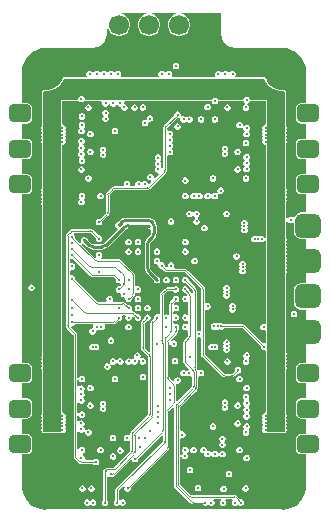
<source format=gbr>
G04*
G04 #@! TF.GenerationSoftware,Altium Limited,Altium Designer,24.8.2 (39)*
G04*
G04 Layer_Physical_Order=3*
G04 Layer_Color=16440176*
%FSLAX25Y25*%
%MOIN*%
G70*
G04*
G04 #@! TF.SameCoordinates,487F02F3-95FA-4862-9DB4-007DCD7F3BB9*
G04*
G04*
G04 #@! TF.FilePolarity,Positive*
G04*
G01*
G75*
%ADD71C,0.00984*%
%ADD72C,0.00394*%
%ADD75C,0.00984*%
%ADD85R,0.06693X0.06693*%
%ADD86C,0.06693*%
G04:AMPARAMS|DCode=88|XSize=86.61mil|YSize=78.74mil|CornerRadius=19.68mil|HoleSize=0mil|Usage=FLASHONLY|Rotation=0.000|XOffset=0mil|YOffset=0mil|HoleType=Round|Shape=RoundedRectangle|*
%AMROUNDEDRECTD88*
21,1,0.08661,0.03937,0,0,0.0*
21,1,0.04724,0.07874,0,0,0.0*
1,1,0.03937,0.02362,-0.01968*
1,1,0.03937,-0.02362,-0.01968*
1,1,0.03937,-0.02362,0.01968*
1,1,0.03937,0.02362,0.01968*
%
%ADD88ROUNDEDRECTD88*%
G04:AMPARAMS|DCode=89|XSize=74.8mil|YSize=59.06mil|CornerRadius=14.76mil|HoleSize=0mil|Usage=FLASHONLY|Rotation=0.000|XOffset=0mil|YOffset=0mil|HoleType=Round|Shape=RoundedRectangle|*
%AMROUNDEDRECTD89*
21,1,0.07480,0.02953,0,0,0.0*
21,1,0.04528,0.05906,0,0,0.0*
1,1,0.02953,0.02264,-0.01476*
1,1,0.02953,-0.02264,-0.01476*
1,1,0.02953,-0.02264,0.01476*
1,1,0.02953,0.02264,0.01476*
%
%ADD89ROUNDEDRECTD89*%
G36*
X70227Y162205D02*
X70241Y162171D01*
X70392Y161023D01*
X70848Y159921D01*
X71574Y158976D01*
X72520Y158250D01*
X73621Y157794D01*
X74769Y157643D01*
X74803Y157629D01*
X90551D01*
X90624Y157659D01*
X92124Y157511D01*
X93635Y157053D01*
X95029Y156308D01*
X96250Y155305D01*
X97253Y154084D01*
X97997Y152691D01*
X98456Y151179D01*
X98604Y149679D01*
X98573Y149606D01*
Y139210D01*
X96949D01*
X96219Y139065D01*
X95601Y138651D01*
X95187Y138033D01*
X95042Y137303D01*
Y134350D01*
X95187Y133621D01*
X95601Y133002D01*
X96219Y132589D01*
X96949Y132444D01*
X98573D01*
Y127399D01*
X96949D01*
X96219Y127254D01*
X95601Y126840D01*
X95187Y126222D01*
X95042Y125492D01*
Y122539D01*
X95187Y121810D01*
X95601Y121191D01*
X96219Y120778D01*
X96949Y120633D01*
X98573D01*
Y115588D01*
X96949D01*
X96219Y115443D01*
X95601Y115029D01*
X95187Y114411D01*
X95042Y113681D01*
Y110728D01*
X95187Y109999D01*
X95601Y109380D01*
X96219Y108967D01*
X96949Y108822D01*
X98573D01*
Y102802D01*
X96850D01*
X95929Y102619D01*
X95147Y102097D01*
X94625Y101315D01*
X94625Y101314D01*
X94082Y101149D01*
X93984Y101248D01*
X93586Y101412D01*
X93156D01*
X92758Y101248D01*
X92462Y100951D01*
X92415Y100952D01*
X91962Y101062D01*
Y106515D01*
X92028Y106674D01*
Y107105D01*
X91962Y107264D01*
Y107696D01*
X92028Y107855D01*
Y108286D01*
X91962Y108446D01*
Y108877D01*
X92028Y109037D01*
Y109467D01*
X91962Y109627D01*
Y110058D01*
X92028Y110218D01*
Y110648D01*
X91962Y110808D01*
Y126003D01*
X92028Y126163D01*
Y126593D01*
X91962Y126753D01*
Y127184D01*
X92028Y127344D01*
Y127774D01*
X91962Y127934D01*
Y128366D01*
X92028Y128525D01*
Y128955D01*
X91962Y129115D01*
Y129547D01*
X92028Y129706D01*
Y130137D01*
X91962Y130296D01*
Y130728D01*
X92028Y130887D01*
Y131318D01*
X91962Y131477D01*
Y141732D01*
Y143008D01*
X91953Y143029D01*
X91960Y143050D01*
X91892Y143177D01*
X91837Y143310D01*
X91816Y143318D01*
X91806Y143338D01*
X91442Y143637D01*
X91304Y143678D01*
X91172Y143733D01*
X89973D01*
X88838Y143959D01*
X87769Y144402D01*
X86807Y145044D01*
X85989Y145862D01*
X85347Y146824D01*
X85024Y147604D01*
X84964Y147664D01*
X84931Y147742D01*
X84853Y147775D01*
X84793Y147835D01*
X84708D01*
X84630Y147867D01*
X75253D01*
X75138Y148007D01*
X74980Y148367D01*
X75099Y148653D01*
Y149084D01*
X74934Y149482D01*
X74629Y149786D01*
X74231Y149951D01*
X73801D01*
X73403Y149786D01*
X73098Y149482D01*
X72571D01*
X72266Y149786D01*
X71868Y149951D01*
X71438D01*
X71040Y149786D01*
X70735Y149482D01*
X70209D01*
X69904Y149786D01*
X69507Y149951D01*
X69076D01*
X68678Y149786D01*
X68373Y149482D01*
X68208Y149084D01*
Y148653D01*
X68327Y148367D01*
X68169Y148007D01*
X68054Y147867D01*
X53992D01*
X53878Y148007D01*
X53720Y148367D01*
X53838Y148653D01*
Y149084D01*
X53673Y149482D01*
X53369Y149786D01*
X52971Y149951D01*
X52540D01*
X52142Y149786D01*
X51838Y149482D01*
X51311D01*
X51007Y149786D01*
X50609Y149951D01*
X50178D01*
X49780Y149786D01*
X49476Y149482D01*
X49311Y149084D01*
Y148653D01*
X49429Y148367D01*
X49272Y148007D01*
X49156Y147867D01*
X37064D01*
X36949Y148007D01*
X36791Y148367D01*
X36910Y148653D01*
Y149084D01*
X36745Y149482D01*
X36440Y149786D01*
X36042Y149951D01*
X35612D01*
X35214Y149786D01*
X34909Y149482D01*
X34383D01*
X34078Y149786D01*
X33680Y149951D01*
X33250D01*
X32852Y149786D01*
X32547Y149482D01*
X32020D01*
X31715Y149786D01*
X31317Y149951D01*
X30887D01*
X30489Y149786D01*
X30184Y149482D01*
X29659D01*
X29354Y149786D01*
X28956Y149951D01*
X28526D01*
X28128Y149786D01*
X27823Y149482D01*
X27296D01*
X26991Y149786D01*
X26593Y149951D01*
X26163D01*
X25765Y149786D01*
X25460Y149482D01*
X25295Y149084D01*
Y148653D01*
X25414Y148367D01*
X25256Y148007D01*
X25141Y147867D01*
X17732D01*
X17654Y147835D01*
X17569D01*
X17509Y147775D01*
X17431Y147742D01*
X17399Y147664D01*
X17339Y147604D01*
X17016Y146824D01*
X16373Y145862D01*
X15555Y145044D01*
X14593Y144402D01*
X13524Y143959D01*
X12389Y143733D01*
X11191D01*
X11058Y143678D01*
X10920Y143637D01*
X10556Y143338D01*
X10546Y143318D01*
X10525Y143310D01*
X10470Y143177D01*
X10403Y143050D01*
X10409Y143029D01*
X10401Y143008D01*
Y140354D01*
Y131477D01*
X10335Y131318D01*
Y130887D01*
X10401Y130728D01*
Y130296D01*
X10335Y130137D01*
Y129706D01*
X10401Y129547D01*
Y129115D01*
X10335Y128955D01*
Y128525D01*
X10401Y128366D01*
Y127934D01*
X10335Y127774D01*
Y127344D01*
X10401Y127184D01*
Y126753D01*
X10335Y126593D01*
Y126163D01*
X10401Y126003D01*
Y110808D01*
X10335Y110648D01*
Y110218D01*
X10401Y110058D01*
Y109627D01*
X10335Y109467D01*
Y109037D01*
X10401Y108877D01*
Y108446D01*
X10335Y108286D01*
Y107855D01*
X10401Y107696D01*
Y107264D01*
X10335Y107105D01*
Y106674D01*
X10401Y106515D01*
Y106083D01*
X10335Y105924D01*
Y105493D01*
X10401Y105334D01*
Y54902D01*
X10335Y54743D01*
Y54312D01*
X10401Y54153D01*
Y53721D01*
X10335Y53562D01*
Y53131D01*
X10401Y52972D01*
Y52540D01*
X10335Y52381D01*
Y51950D01*
X10401Y51791D01*
Y51359D01*
X10335Y51200D01*
Y50769D01*
X10401Y50610D01*
Y35414D01*
X10335Y35255D01*
Y34824D01*
X10401Y34665D01*
Y34233D01*
X10335Y34074D01*
Y33643D01*
X10401Y33484D01*
Y33052D01*
X10335Y32893D01*
Y32462D01*
X10401Y32302D01*
Y31871D01*
X10335Y31711D01*
Y31281D01*
X10401Y31121D01*
Y30690D01*
X10335Y30530D01*
Y30100D01*
X10401Y29940D01*
Y29724D01*
X10525Y29423D01*
X10827Y29298D01*
X11043D01*
X11202Y29232D01*
X11633D01*
X11792Y29298D01*
X12224D01*
X12383Y29232D01*
X12814D01*
X12973Y29298D01*
X13405D01*
X13564Y29232D01*
X13995D01*
X14154Y29298D01*
X14586D01*
X14745Y29232D01*
X15176D01*
X15335Y29298D01*
X15767D01*
X15926Y29232D01*
X16357D01*
X16516Y29298D01*
X16732D01*
X16840Y29343D01*
X17108Y29232D01*
X17538D01*
X17936Y29397D01*
X18241Y29702D01*
X18406Y30100D01*
Y30530D01*
X18250Y30906D01*
X18406Y31281D01*
Y31711D01*
X18250Y32087D01*
X18406Y32462D01*
Y32893D01*
X18250Y33268D01*
X18406Y33643D01*
Y34074D01*
X18250Y34449D01*
X18406Y34824D01*
Y35255D01*
X18241Y35653D01*
X17936Y35957D01*
X17538Y36122D01*
X17158D01*
Y50610D01*
X17224Y50769D01*
Y51200D01*
X17158Y51359D01*
Y51791D01*
X17224Y51950D01*
Y52381D01*
X17158Y52540D01*
Y52972D01*
X17224Y53131D01*
Y53562D01*
X17158Y53721D01*
Y54153D01*
X17224Y54312D01*
Y54743D01*
X17158Y54902D01*
Y105334D01*
X17224Y105493D01*
Y105924D01*
X17158Y106083D01*
Y106515D01*
X17224Y106674D01*
Y107105D01*
X17158Y107264D01*
Y107696D01*
X17224Y107855D01*
Y108286D01*
X17158Y108446D01*
Y108877D01*
X17224Y109037D01*
Y109467D01*
X17158Y109627D01*
Y110058D01*
X17224Y110218D01*
Y110648D01*
X17158Y110808D01*
Y125295D01*
X17538D01*
X17936Y125460D01*
X18241Y125765D01*
X18406Y126163D01*
Y126593D01*
X18250Y126969D01*
X18406Y127344D01*
Y127774D01*
X18250Y128150D01*
X18406Y128525D01*
Y128955D01*
X18250Y129331D01*
X18406Y129706D01*
Y130137D01*
X18250Y130512D01*
X18406Y130887D01*
Y131318D01*
X18241Y131716D01*
X17936Y132020D01*
X17538Y132185D01*
X17158D01*
Y139928D01*
X22539D01*
X22683Y139988D01*
X22704Y139938D01*
X23009Y139633D01*
X23407Y139469D01*
X23837D01*
X24235Y139633D01*
X24540Y139938D01*
X24561Y139988D01*
X24705Y139928D01*
X30292D01*
X30627Y139428D01*
X30610Y139389D01*
Y138958D01*
X30775Y138560D01*
X31080Y138255D01*
X31478Y138091D01*
X31908D01*
X32306Y138255D01*
X32611Y138560D01*
X32710Y138799D01*
X33237D01*
X33336Y138560D01*
X33641Y138255D01*
X34039Y138091D01*
X34470D01*
X34868Y138255D01*
X35172Y138560D01*
X35696D01*
X36001Y138255D01*
X36399Y138091D01*
X36448D01*
X36841Y138022D01*
X36909Y137629D01*
Y137580D01*
X37074Y137182D01*
X37379Y136877D01*
X37777Y136713D01*
X38208D01*
X38605Y136877D01*
X38910Y137182D01*
X39075Y137580D01*
Y138011D01*
X38910Y138409D01*
X38605Y138713D01*
X38208Y138878D01*
X38159D01*
X37765Y138946D01*
X37697Y139340D01*
Y139389D01*
X37680Y139428D01*
X38015Y139928D01*
X67028D01*
Y139745D01*
X67192Y139347D01*
X67497Y139043D01*
X67895Y138878D01*
X68326D01*
X68723Y139043D01*
X69028Y139347D01*
X69193Y139745D01*
Y139928D01*
X77658D01*
X77732Y139959D01*
X77822Y139741D01*
X78127Y139436D01*
X78298Y139366D01*
X78312Y139129D01*
X78248Y138845D01*
X77930Y138713D01*
X77626Y138409D01*
X77461Y138011D01*
Y137580D01*
X77626Y137182D01*
X77930Y136877D01*
X78328Y136713D01*
X78759D01*
X79157Y136877D01*
X79461Y137182D01*
X79626Y137580D01*
Y138011D01*
X79461Y138409D01*
X79157Y138713D01*
X78985Y138784D01*
X78971Y139020D01*
X79035Y139305D01*
X79353Y139436D01*
X79658Y139741D01*
X79748Y139959D01*
X79823Y139928D01*
X85204D01*
Y132185D01*
X84824D01*
X84426Y132020D01*
X84122Y131716D01*
X83957Y131318D01*
Y130887D01*
X84112Y130512D01*
X83957Y130137D01*
Y129706D01*
X84112Y129331D01*
X83957Y128955D01*
Y128525D01*
X84112Y128150D01*
X83957Y127774D01*
Y127344D01*
X84112Y126969D01*
X83957Y126593D01*
Y126163D01*
X84122Y125765D01*
X84426Y125460D01*
X84824Y125295D01*
X85204D01*
Y110808D01*
X85138Y110648D01*
Y110218D01*
X85204Y110058D01*
Y109627D01*
X85138Y109467D01*
Y109037D01*
X85204Y108877D01*
Y108446D01*
X85138Y108286D01*
Y107855D01*
X85204Y107696D01*
Y107264D01*
X85138Y107105D01*
Y106674D01*
X85204Y106515D01*
Y94503D01*
X84704Y94403D01*
X84619Y94609D01*
X84314Y94914D01*
X83916Y95079D01*
X83485D01*
X83110Y94923D01*
X82735Y95079D01*
X82304D01*
X81929Y94923D01*
X81554Y95079D01*
X81123D01*
X80725Y94914D01*
X80421Y94609D01*
X80256Y94212D01*
Y93781D01*
X80421Y93383D01*
X80725Y93078D01*
X81123Y92913D01*
X81554D01*
X81929Y93069D01*
X82304Y92913D01*
X82735D01*
X83110Y93069D01*
X83485Y92913D01*
X83916D01*
X84314Y93078D01*
X84619Y93383D01*
X85085Y93203D01*
X85204Y93108D01*
Y92894D01*
X85138Y92735D01*
Y92304D01*
X85204Y92145D01*
Y91713D01*
X85138Y91554D01*
Y91123D01*
X85204Y90964D01*
Y90532D01*
X85138Y90373D01*
Y89942D01*
X85204Y89783D01*
Y89351D01*
X85138Y89192D01*
Y88761D01*
X85204Y88602D01*
Y88170D01*
X85138Y88011D01*
Y87580D01*
X85204Y87421D01*
Y86989D01*
X85138Y86830D01*
Y86399D01*
X85204Y86239D01*
Y85808D01*
X85138Y85648D01*
Y85218D01*
X85204Y85058D01*
Y84627D01*
X85138Y84467D01*
Y84037D01*
X85204Y83877D01*
Y83446D01*
X85138Y83286D01*
Y82855D01*
X85204Y82696D01*
Y65953D01*
X84704Y65619D01*
X84631Y65650D01*
X84200D01*
X83802Y65485D01*
X83498Y65180D01*
X83333Y64782D01*
Y64352D01*
X83498Y63954D01*
X83802Y63649D01*
X84200Y63484D01*
X84631D01*
X84704Y63514D01*
X85204Y63180D01*
Y59471D01*
X84704Y59137D01*
X84664Y59153D01*
X84270D01*
X78340Y65084D01*
X78340Y65084D01*
X78340Y65084D01*
X78239Y65125D01*
X77869Y65373D01*
X77432Y65460D01*
X77331Y65501D01*
X71128D01*
X70850Y65780D01*
X70452Y65945D01*
X70021D01*
X69646Y65790D01*
X69271Y65945D01*
X68840D01*
X68465Y65790D01*
X68089Y65945D01*
X67659D01*
X67261Y65780D01*
X66956Y65475D01*
X66791Y65078D01*
Y64647D01*
X66956Y64249D01*
X67261Y63944D01*
X67659Y63780D01*
X68089D01*
X68465Y63935D01*
X68840Y63780D01*
X69271D01*
X69646Y63935D01*
X70021Y63780D01*
X70452D01*
X70850Y63944D01*
X71128Y64223D01*
X77331D01*
X77436Y64180D01*
X83366Y58249D01*
Y57855D01*
X83531Y57458D01*
X83836Y57153D01*
X84233Y56988D01*
X84664D01*
X84704Y57005D01*
X85204Y56670D01*
Y56083D01*
X85138Y55924D01*
Y55493D01*
X85204Y55334D01*
Y54902D01*
X85138Y54743D01*
Y54312D01*
X85204Y54153D01*
Y53721D01*
X85138Y53562D01*
Y53131D01*
X85204Y52972D01*
Y52540D01*
X85138Y52381D01*
Y51950D01*
X85204Y51791D01*
Y51359D01*
X85138Y51200D01*
Y50769D01*
X85204Y50610D01*
Y36122D01*
X84824D01*
X84426Y35957D01*
X84122Y35653D01*
X83957Y35255D01*
Y34824D01*
X84112Y34449D01*
X83957Y34074D01*
Y33643D01*
X84112Y33268D01*
X83957Y32893D01*
Y32462D01*
X84112Y32087D01*
X83957Y31711D01*
Y31281D01*
X84112Y30906D01*
X83957Y30530D01*
Y30100D01*
X84122Y29702D01*
X84426Y29397D01*
X84824Y29232D01*
X85255D01*
X85522Y29343D01*
X85630Y29298D01*
X85846D01*
X86005Y29232D01*
X86436D01*
X86595Y29298D01*
X87027D01*
X87186Y29232D01*
X87617D01*
X87776Y29298D01*
X88208D01*
X88367Y29232D01*
X88798D01*
X88957Y29298D01*
X89389D01*
X89548Y29232D01*
X89979D01*
X90138Y29298D01*
X90570D01*
X90729Y29232D01*
X91160D01*
X91320Y29298D01*
X91535D01*
X91837Y29423D01*
X91962Y29724D01*
Y29940D01*
X92027Y30100D01*
Y30530D01*
X91962Y30690D01*
Y31121D01*
X92027Y31281D01*
Y31711D01*
X91962Y31871D01*
Y32302D01*
X92027Y32462D01*
Y32893D01*
X91962Y33052D01*
Y33484D01*
X92027Y33643D01*
Y34074D01*
X91962Y34233D01*
Y34665D01*
X92027Y34824D01*
Y35255D01*
X91962Y35414D01*
Y50610D01*
X92028Y50769D01*
Y51200D01*
X91962Y51359D01*
Y51791D01*
X92028Y51950D01*
Y52381D01*
X91962Y52540D01*
Y52972D01*
X92028Y53131D01*
Y53562D01*
X91962Y53721D01*
Y54153D01*
X92028Y54312D01*
Y54743D01*
X91962Y54902D01*
Y55334D01*
X92028Y55493D01*
Y55924D01*
X91962Y56083D01*
Y82696D01*
X92027Y82855D01*
Y83286D01*
X91962Y83446D01*
Y83877D01*
X92027Y84037D01*
Y84467D01*
X91962Y84627D01*
Y85058D01*
X92027Y85218D01*
Y85648D01*
X91962Y85808D01*
Y86239D01*
X92027Y86399D01*
Y86830D01*
X91962Y86989D01*
Y87421D01*
X92027Y87580D01*
Y88011D01*
X91962Y88170D01*
Y88602D01*
X92027Y88761D01*
Y89192D01*
X91962Y89351D01*
Y89783D01*
X92027Y89942D01*
Y90373D01*
X91962Y90532D01*
Y90964D01*
X92027Y91123D01*
Y91554D01*
X91962Y91713D01*
Y92145D01*
X92027Y92304D01*
Y92735D01*
X91962Y92894D01*
Y93326D01*
X92027Y93485D01*
Y93916D01*
X91962Y94075D01*
Y99597D01*
X92415Y99707D01*
X92462Y99708D01*
X92758Y99412D01*
X93156Y99247D01*
X93586D01*
X93942Y99394D01*
X94157Y99317D01*
X94442Y99162D01*
Y96457D01*
X94625Y95535D01*
X95147Y94754D01*
X95929Y94231D01*
X96850Y94048D01*
X98573D01*
Y79180D01*
X96850D01*
X95929Y78997D01*
X95147Y78475D01*
X94625Y77693D01*
X94442Y76772D01*
Y72835D01*
X94625Y71913D01*
X95147Y71132D01*
X95929Y70609D01*
X96850Y70426D01*
X98573D01*
Y52596D01*
X96949D01*
X96219Y52451D01*
X95601Y52037D01*
X95187Y51419D01*
X95042Y50689D01*
Y47736D01*
X95187Y47007D01*
X95601Y46388D01*
X96219Y45975D01*
X96949Y45829D01*
X98573D01*
Y40785D01*
X96949D01*
X96219Y40639D01*
X95601Y40226D01*
X95187Y39608D01*
X95042Y38878D01*
Y35925D01*
X95187Y35195D01*
X95601Y34577D01*
X96219Y34164D01*
X96949Y34018D01*
X98573D01*
Y28974D01*
X96949D01*
X96219Y28828D01*
X95601Y28415D01*
X95187Y27797D01*
X95042Y27067D01*
Y24114D01*
X95187Y23384D01*
X95601Y22766D01*
X96219Y22353D01*
X96949Y22208D01*
X98573D01*
Y11811D01*
X98604Y11738D01*
X98456Y10239D01*
X97997Y8727D01*
X97253Y7333D01*
X96250Y6112D01*
X95029Y5110D01*
X93635Y4365D01*
X92124Y3906D01*
X90624Y3759D01*
X90551Y3789D01*
X11811D01*
X11738Y3759D01*
X10239Y3906D01*
X8727Y4365D01*
X7333Y5110D01*
X6112Y6112D01*
X5110Y7333D01*
X4365Y8727D01*
X3906Y10239D01*
X3759Y11738D01*
X3789Y11811D01*
Y22208D01*
X5413D01*
X6143Y22353D01*
X6762Y22766D01*
X7175Y23384D01*
X7320Y24114D01*
Y27067D01*
X7175Y27797D01*
X6762Y28415D01*
X6143Y28828D01*
X5413Y28974D01*
X3789D01*
Y34018D01*
X5413D01*
X6143Y34164D01*
X6762Y34577D01*
X7175Y35195D01*
X7320Y35925D01*
Y38878D01*
X7175Y39608D01*
X6762Y40226D01*
X6143Y40639D01*
X5413Y40785D01*
X3789D01*
Y45829D01*
X5413D01*
X6143Y45975D01*
X6762Y46388D01*
X7175Y47007D01*
X7320Y47736D01*
Y50689D01*
X7175Y51419D01*
X6762Y52037D01*
X6143Y52451D01*
X5413Y52596D01*
X3789D01*
Y108822D01*
X5413D01*
X6143Y108967D01*
X6762Y109380D01*
X7175Y109999D01*
X7320Y110728D01*
Y113681D01*
X7175Y114411D01*
X6762Y115029D01*
X6143Y115443D01*
X5413Y115588D01*
X3789D01*
Y120633D01*
X5413D01*
X6143Y120778D01*
X6762Y121191D01*
X7175Y121810D01*
X7320Y122539D01*
Y125492D01*
X7175Y126222D01*
X6762Y126840D01*
X6143Y127254D01*
X5413Y127399D01*
X3789D01*
Y132444D01*
X5413D01*
X6143Y132589D01*
X6762Y133002D01*
X7175Y133621D01*
X7320Y134350D01*
Y137303D01*
X7175Y138033D01*
X6762Y138651D01*
X6143Y139065D01*
X5413Y139210D01*
X3789D01*
Y149606D01*
X3759Y149679D01*
X3906Y151179D01*
X4365Y152691D01*
X5110Y154084D01*
X6112Y155305D01*
X7333Y156308D01*
X8727Y157053D01*
X10239Y157511D01*
X11738Y157659D01*
X11811Y157629D01*
X27559D01*
X27593Y157643D01*
X28741Y157794D01*
X29842Y158250D01*
X30788Y158976D01*
X31514Y159921D01*
X31970Y161023D01*
X32121Y162171D01*
X32135Y162205D01*
Y164071D01*
X32635Y164137D01*
X32696Y163911D01*
X33188Y163058D01*
X33885Y162362D01*
X34738Y161869D01*
X35689Y161614D01*
X36674D01*
X37625Y161869D01*
X38478Y162362D01*
X39174Y163058D01*
X39666Y163911D01*
X39921Y164862D01*
Y165847D01*
X39666Y166798D01*
X39174Y167651D01*
X38478Y168347D01*
X37625Y168840D01*
X37252Y168939D01*
X37318Y169439D01*
X45045D01*
X45110Y168939D01*
X44737Y168840D01*
X43885Y168347D01*
X43188Y167651D01*
X42696Y166798D01*
X42441Y165847D01*
Y164862D01*
X42696Y163911D01*
X43188Y163058D01*
X43885Y162362D01*
X44737Y161869D01*
X45689Y161614D01*
X46674D01*
X47625Y161869D01*
X48478Y162362D01*
X49174Y163058D01*
X49666Y163911D01*
X49921Y164862D01*
Y165847D01*
X49666Y166798D01*
X49174Y167651D01*
X48478Y168347D01*
X47625Y168840D01*
X47252Y168939D01*
X47318Y169439D01*
X55045D01*
X55110Y168939D01*
X54738Y168840D01*
X53885Y168347D01*
X53188Y167651D01*
X52696Y166798D01*
X52441Y165847D01*
Y164862D01*
X52696Y163911D01*
X53188Y163058D01*
X53885Y162362D01*
X54738Y161869D01*
X55689Y161614D01*
X56674D01*
X57625Y161869D01*
X58478Y162362D01*
X59174Y163058D01*
X59666Y163911D01*
X59921Y164862D01*
Y165847D01*
X59666Y166798D01*
X59174Y167651D01*
X58478Y168347D01*
X57625Y168840D01*
X57252Y168939D01*
X57318Y169439D01*
X70227D01*
Y162205D01*
D02*
G37*
G36*
X84969Y146623D02*
X85658Y145591D01*
X86536Y144713D01*
X87567Y144024D01*
X88714Y143549D01*
X89931Y143307D01*
X91172D01*
X91535Y143008D01*
Y140354D01*
Y29724D01*
X85630D01*
Y140354D01*
X79823D01*
Y140570D01*
X79658Y140968D01*
X79353Y141272D01*
X78956Y141437D01*
X78525D01*
X78127Y141272D01*
X77822Y140968D01*
X77658Y140570D01*
Y140354D01*
X69119D01*
X69028Y140574D01*
X68723Y140878D01*
X68326Y141043D01*
X67895D01*
X67497Y140878D01*
X67192Y140574D01*
X67101Y140354D01*
X24705D01*
Y140767D01*
X24540Y141165D01*
X24235Y141469D01*
X23837Y141634D01*
X23407D01*
X23009Y141469D01*
X22704Y141165D01*
X22539Y140767D01*
Y140354D01*
X16732D01*
Y29724D01*
X10827D01*
Y140354D01*
Y143008D01*
X11191Y143307D01*
X12431D01*
X13648Y143549D01*
X14795Y144024D01*
X15826Y144713D01*
X16704Y145591D01*
X17393Y146623D01*
X17732Y147441D01*
X84630D01*
X84969Y146623D01*
D02*
G37*
%LPC*%
G36*
X55334Y152657D02*
X54903D01*
X54505Y152493D01*
X54200Y152188D01*
X54035Y151790D01*
Y151359D01*
X54200Y150961D01*
X54505Y150657D01*
X54903Y150492D01*
X55334D01*
X55731Y150657D01*
X56036Y150961D01*
X56201Y151359D01*
Y151790D01*
X56036Y152188D01*
X55731Y152493D01*
X55334Y152657D01*
D02*
G37*
G36*
X65963Y139075D02*
X65533D01*
X65135Y138910D01*
X64830Y138605D01*
X64665Y138207D01*
Y137777D01*
X64830Y137379D01*
X65135Y137074D01*
X65533Y136909D01*
X65963D01*
X66361Y137074D01*
X66666Y137379D01*
X66831Y137777D01*
Y138207D01*
X66666Y138605D01*
X66361Y138910D01*
X65963Y139075D01*
D02*
G37*
G36*
X44310Y138878D02*
X43879D01*
X43481Y138713D01*
X43177Y138409D01*
X43012Y138011D01*
Y137580D01*
X43177Y137182D01*
X43481Y136877D01*
X43879Y136713D01*
X44310D01*
X44708Y136877D01*
X45012Y137182D01*
X45177Y137580D01*
Y138011D01*
X45012Y138409D01*
X44708Y138713D01*
X44310Y138878D01*
D02*
G37*
G36*
X72518Y138878D02*
X72088D01*
X71690Y138713D01*
X71385Y138409D01*
X71220Y138011D01*
Y137580D01*
X71385Y137182D01*
X71690Y136877D01*
X72088Y136713D01*
X72518D01*
X72916Y136877D01*
X73221Y137182D01*
X73386Y137580D01*
Y138011D01*
X73221Y138409D01*
X72916Y138713D01*
X72518Y138878D01*
D02*
G37*
G36*
X41554D02*
X41123D01*
X40725Y138713D01*
X40421Y138409D01*
X40256Y138011D01*
Y137580D01*
X40421Y137182D01*
X40725Y136877D01*
X41123Y136713D01*
X41554D01*
X41952Y136877D01*
X42256Y137182D01*
X42421Y137580D01*
Y138011D01*
X42256Y138409D01*
X41952Y138713D01*
X41554Y138878D01*
D02*
G37*
G36*
X26200D02*
X25769D01*
X25371Y138713D01*
X25066Y138409D01*
X24902Y138011D01*
Y137580D01*
X25066Y137182D01*
X25371Y136877D01*
X25769Y136713D01*
X26200D01*
X26597Y136877D01*
X26902Y137182D01*
X27067Y137580D01*
Y138011D01*
X26902Y138409D01*
X26597Y138713D01*
X26200Y138878D01*
D02*
G37*
G36*
X24034Y135925D02*
X23604D01*
X23206Y135760D01*
X22901Y135456D01*
X22736Y135058D01*
Y134627D01*
X22901Y134229D01*
X23206Y133925D01*
X23604Y133760D01*
X24034D01*
X24432Y133925D01*
X24737Y134229D01*
X24902Y134627D01*
Y135058D01*
X24737Y135456D01*
X24432Y135760D01*
X24034Y135925D01*
D02*
G37*
G36*
X31908Y137106D02*
X31478D01*
X31080Y136942D01*
X30775Y136637D01*
X30610Y136239D01*
Y135808D01*
X30775Y135410D01*
X30819Y135366D01*
X31036Y135039D01*
X30819Y134713D01*
X30775Y134668D01*
X30610Y134271D01*
Y133840D01*
X30775Y133442D01*
X31080Y133137D01*
X31478Y132973D01*
X31908D01*
X32306Y133137D01*
X32611Y133442D01*
X32776Y133840D01*
Y134271D01*
X32611Y134668D01*
X32566Y134713D01*
X32350Y135039D01*
X32566Y135366D01*
X32611Y135410D01*
X32776Y135808D01*
Y136239D01*
X32611Y136637D01*
X32306Y136942D01*
X31908Y137106D01*
D02*
G37*
G36*
X68326Y134941D02*
X67895D01*
X67497Y134776D01*
X67192Y134471D01*
X67028Y134074D01*
Y133643D01*
X67192Y133245D01*
X67497Y132940D01*
X67895Y132776D01*
X68326D01*
X68723Y132940D01*
X69028Y133245D01*
X69193Y133643D01*
Y134074D01*
X69028Y134471D01*
X68723Y134776D01*
X68326Y134941D01*
D02*
G37*
G36*
X63798D02*
X63367D01*
X62969Y134776D01*
X62665Y134471D01*
X62500Y134074D01*
Y133643D01*
X62665Y133245D01*
X62969Y132940D01*
X63367Y132776D01*
X63798D01*
X64196Y132940D01*
X64500Y133245D01*
X64665Y133643D01*
Y134074D01*
X64500Y134471D01*
X64196Y134776D01*
X63798Y134941D01*
D02*
G37*
G36*
X55924Y136516D02*
X55493D01*
X55095Y136351D01*
X54791Y136046D01*
X54626Y135648D01*
Y135254D01*
X51352Y131981D01*
X51310Y131879D01*
X51064Y131511D01*
X50977Y131074D01*
X50936Y130973D01*
Y117367D01*
X50829Y117297D01*
X50714Y117308D01*
X50256Y117522D01*
X50164Y117744D01*
X50120Y117788D01*
X49901Y118110D01*
X50120Y118441D01*
X50160Y118481D01*
X50325Y118879D01*
Y119310D01*
X50160Y119708D01*
X50116Y119752D01*
X49900Y120079D01*
X50116Y120405D01*
X50160Y120450D01*
X50325Y120848D01*
Y121279D01*
X50160Y121677D01*
X49856Y121981D01*
X49458Y122146D01*
X49027D01*
X48629Y121981D01*
X48324Y121677D01*
X48160Y121279D01*
Y120848D01*
X48324Y120450D01*
X48369Y120405D01*
X48585Y120079D01*
X48369Y119752D01*
X48324Y119708D01*
X48160Y119310D01*
Y118879D01*
X48324Y118481D01*
X48368Y118437D01*
X48588Y118114D01*
X48368Y117784D01*
X48328Y117744D01*
X48164Y117346D01*
Y116915D01*
X48328Y116517D01*
X48633Y116212D01*
X49031Y116048D01*
X49279D01*
X49503Y115565D01*
X48198Y114260D01*
X48198Y114260D01*
X47736Y114505D01*
Y114782D01*
X47571Y115180D01*
X47267Y115485D01*
X46869Y115650D01*
X46438D01*
X46040Y115485D01*
X45736Y115180D01*
X45571Y114782D01*
Y114352D01*
X45736Y113954D01*
X46040Y113649D01*
X46438Y113484D01*
X46716D01*
X46961Y113023D01*
X46961Y113022D01*
X46268Y112329D01*
X46045Y112370D01*
X45734Y112502D01*
X45603Y112818D01*
X45298Y113123D01*
X44900Y113287D01*
X44470D01*
X44072Y113123D01*
X44027Y113078D01*
X43701Y112862D01*
X43374Y113078D01*
X43330Y113123D01*
X42932Y113287D01*
X42501D01*
X42103Y113123D01*
X41799Y112818D01*
X41634Y112420D01*
Y111989D01*
X41644Y111966D01*
X41309Y111466D01*
X40187D01*
X39852Y111966D01*
X39862Y111989D01*
Y112420D01*
X39697Y112818D01*
X39393Y113123D01*
X38995Y113287D01*
X38564D01*
X38166Y113123D01*
X37862Y112818D01*
X37697Y112420D01*
Y111989D01*
X37707Y111966D01*
X37372Y111466D01*
X34578D01*
X34477Y111424D01*
X34040Y111337D01*
X33672Y111091D01*
X33571Y111050D01*
X33571Y111050D01*
X33570Y111049D01*
X33218Y110696D01*
X32258Y109737D01*
X32216Y109635D01*
X31970Y109267D01*
X31883Y108830D01*
X31841Y108729D01*
Y102885D01*
X31846Y102872D01*
X31811Y102787D01*
X31799Y102781D01*
X29706Y100689D01*
X29312D01*
X28914Y100524D01*
X28610Y100220D01*
X28445Y99822D01*
Y99391D01*
X28610Y98993D01*
X28914Y98689D01*
X29312Y98524D01*
X29743D01*
X30141Y98689D01*
X30445Y98993D01*
X30610Y99391D01*
Y99785D01*
X32350Y101525D01*
X32703Y101877D01*
X32703Y101878D01*
X32703Y101879D01*
X32745Y101979D01*
X32991Y102348D01*
X33078Y102785D01*
X33119Y102885D01*
Y108729D01*
X33162Y108833D01*
X34474Y110145D01*
X34578Y110188D01*
X45343D01*
X45444Y110229D01*
X45881Y110316D01*
X46249Y110562D01*
X46351Y110604D01*
X51445Y115698D01*
X51797Y116051D01*
X51798Y116052D01*
X51798Y116052D01*
X51839Y116153D01*
X52085Y116521D01*
X52172Y116958D01*
X52214Y117058D01*
Y121753D01*
X52714Y122028D01*
X52904Y121949D01*
X53335D01*
X53733Y122114D01*
X54037Y122418D01*
X54202Y122816D01*
Y123247D01*
X54037Y123645D01*
X53993Y123689D01*
X53777Y124016D01*
X53993Y124342D01*
X54038Y124387D01*
X54203Y124784D01*
Y125215D01*
X54038Y125613D01*
X53993Y125658D01*
X53777Y125984D01*
X53993Y126311D01*
X54038Y126356D01*
X54203Y126753D01*
Y127184D01*
X54038Y127582D01*
X53994Y127626D01*
X53777Y127953D01*
X53994Y128279D01*
X54038Y128323D01*
X54203Y128721D01*
Y129152D01*
X54038Y129550D01*
X53733Y129855D01*
X53335Y130019D01*
X52905D01*
X52714Y129940D01*
X52214Y130215D01*
Y130973D01*
X52209Y130986D01*
X52244Y131072D01*
X52256Y131077D01*
X55530Y134350D01*
X55924D01*
X56218Y134472D01*
X56532Y134252D01*
X56622Y134139D01*
X56595Y134074D01*
Y133643D01*
X56759Y133245D01*
X57064Y132940D01*
X57462Y132776D01*
X57893D01*
X58290Y132940D01*
X58335Y132985D01*
X58661Y133201D01*
X58988Y132985D01*
X59032Y132940D01*
X59430Y132776D01*
X59861D01*
X60259Y132940D01*
X60563Y133245D01*
X60728Y133643D01*
Y134074D01*
X60563Y134471D01*
X60259Y134776D01*
X59861Y134941D01*
X59430D01*
X59032Y134776D01*
X58988Y134732D01*
X58661Y134516D01*
X58335Y134732D01*
X58290Y134776D01*
X57893Y134941D01*
X57462D01*
X57167Y134819D01*
X56854Y135040D01*
X56764Y135152D01*
X56791Y135218D01*
Y135648D01*
X56626Y136046D01*
X56322Y136351D01*
X55924Y136516D01*
D02*
G37*
G36*
X46672Y135138D02*
X46241D01*
X45843Y134973D01*
X45539Y134668D01*
X45374Y134271D01*
Y134064D01*
X45170Y133750D01*
X44916Y133638D01*
X44666D01*
X44269Y133473D01*
X43964Y133168D01*
X43799Y132771D01*
Y132340D01*
X43964Y131942D01*
X44269Y131637D01*
X44666Y131473D01*
X45097D01*
X45495Y131637D01*
X45800Y131942D01*
X45965Y132340D01*
Y132546D01*
X46169Y132861D01*
X46422Y132973D01*
X46672D01*
X47070Y133137D01*
X47374Y133442D01*
X47539Y133840D01*
Y134271D01*
X47374Y134668D01*
X47070Y134973D01*
X46672Y135138D01*
D02*
G37*
G36*
X55924Y132579D02*
X55493D01*
X55095Y132414D01*
X54791Y132109D01*
X54626Y131711D01*
Y131281D01*
X54791Y130883D01*
X55095Y130578D01*
X55493Y130413D01*
X55924D01*
X56322Y130578D01*
X56626Y130883D01*
X56791Y131281D01*
Y131711D01*
X56626Y132109D01*
X56322Y132414D01*
X55924Y132579D01*
D02*
G37*
G36*
X35058Y131004D02*
X34627D01*
X34229Y130839D01*
X33925Y130535D01*
X33760Y130137D01*
Y129706D01*
X33925Y129308D01*
X34229Y129003D01*
X34627Y128839D01*
X35058D01*
X35456Y129003D01*
X35760Y129308D01*
X35925Y129706D01*
Y130137D01*
X35760Y130535D01*
X35456Y130839D01*
X35058Y131004D01*
D02*
G37*
G36*
X24034Y132972D02*
X23604D01*
X23206Y132808D01*
X22901Y132503D01*
X22736Y132105D01*
Y131674D01*
X22901Y131277D01*
X23009Y130839D01*
X22704Y130535D01*
X22539Y130137D01*
Y129706D01*
X22704Y129308D01*
X23009Y129003D01*
X23407Y128839D01*
X23837D01*
X24235Y129003D01*
X24540Y129308D01*
X24705Y129706D01*
Y130137D01*
X24540Y130535D01*
X24432Y130972D01*
X24737Y131277D01*
X24902Y131674D01*
Y132105D01*
X24737Y132503D01*
X24432Y132808D01*
X24034Y132972D01*
D02*
G37*
G36*
X76593D02*
X76163D01*
X75765Y132808D01*
X75460Y132503D01*
X75295Y132105D01*
Y131674D01*
X75460Y131277D01*
X75765Y130972D01*
X76163Y130807D01*
X76593D01*
X76991Y130972D01*
X77170Y131150D01*
X77658Y130943D01*
Y130690D01*
X77822Y130292D01*
X77867Y130248D01*
X78083Y129921D01*
X77867Y129595D01*
X77822Y129550D01*
X77658Y129152D01*
Y128722D01*
X77822Y128324D01*
X78127Y128019D01*
X78525Y127854D01*
X78956D01*
X79353Y128019D01*
X79658Y128324D01*
X79823Y128722D01*
Y129152D01*
X79658Y129550D01*
X79614Y129595D01*
X79397Y129921D01*
X79614Y130248D01*
X79658Y130292D01*
X79823Y130690D01*
Y131121D01*
X79658Y131519D01*
X79353Y131823D01*
X78956Y131988D01*
X78525D01*
X78127Y131823D01*
X77948Y131645D01*
X77461Y131853D01*
Y132105D01*
X77296Y132503D01*
X76991Y132808D01*
X76593Y132972D01*
D02*
G37*
G36*
X26823Y130020D02*
X26393D01*
X25995Y129855D01*
X25690Y129550D01*
X25525Y129152D01*
Y128722D01*
X25690Y128324D01*
X25995Y128019D01*
X26393Y127854D01*
X26823D01*
X27221Y128019D01*
X27526Y128324D01*
X27691Y128722D01*
Y129152D01*
X27526Y129550D01*
X27221Y129855D01*
X26823Y130020D01*
D02*
G37*
G36*
X78759Y127067D02*
X78328D01*
X77930Y126902D01*
X77626Y126597D01*
X77461Y126200D01*
Y125769D01*
X77626Y125371D01*
X77930Y125066D01*
X78328Y124902D01*
X78759D01*
X79157Y125066D01*
X79461Y125371D01*
X79626Y125769D01*
Y126200D01*
X79461Y126597D01*
X79157Y126902D01*
X78759Y127067D01*
D02*
G37*
G36*
X75969Y124114D02*
X75539D01*
X75141Y123949D01*
X74836Y123645D01*
X74672Y123247D01*
Y122816D01*
X74836Y122418D01*
X75141Y122114D01*
X75539Y121949D01*
X75969D01*
X76367Y122114D01*
X76672Y122418D01*
X76837Y122816D01*
Y123247D01*
X76672Y123645D01*
X76367Y123949D01*
X75969Y124114D01*
D02*
G37*
G36*
X26823D02*
X26393D01*
X25995Y123949D01*
X25690Y123645D01*
X25525Y123247D01*
Y122816D01*
X25690Y122418D01*
X25995Y122114D01*
X26393Y121949D01*
X26823D01*
X27221Y122114D01*
X27526Y122418D01*
X27691Y122816D01*
Y123247D01*
X27526Y123645D01*
X27221Y123949D01*
X26823Y124114D01*
D02*
G37*
G36*
X71672Y125098D02*
X71241D01*
X70843Y124934D01*
X70539Y124629D01*
X70374Y124231D01*
Y123800D01*
X70539Y123403D01*
X70713Y123228D01*
X70539Y123054D01*
X70374Y122656D01*
Y122226D01*
X70539Y121828D01*
X70843Y121523D01*
X71241Y121358D01*
X71672D01*
X72070Y121523D01*
X72374Y121828D01*
X72539Y122226D01*
Y122656D01*
X72374Y123054D01*
X72200Y123228D01*
X72374Y123403D01*
X72539Y123800D01*
Y124231D01*
X72374Y124629D01*
X72070Y124934D01*
X71672Y125098D01*
D02*
G37*
G36*
X31121Y124705D02*
X30690D01*
X30292Y124540D01*
X29988Y124235D01*
X29823Y123837D01*
Y123407D01*
X29988Y123009D01*
X30162Y122835D01*
X29988Y122661D01*
X29823Y122263D01*
Y121832D01*
X29988Y121434D01*
X30292Y121129D01*
X30690Y120965D01*
X31121D01*
X31519Y121129D01*
X31823Y121434D01*
X31988Y121832D01*
Y122263D01*
X31823Y122661D01*
X31649Y122835D01*
X31823Y123009D01*
X31988Y123407D01*
Y123837D01*
X31823Y124235D01*
X31519Y124540D01*
X31121Y124705D01*
D02*
G37*
G36*
X23837Y127657D02*
X23407D01*
X23009Y127493D01*
X22704Y127188D01*
X22539Y126790D01*
Y126359D01*
X22704Y125961D01*
X22859Y125806D01*
X22957Y125492D01*
X22859Y125178D01*
X22704Y125023D01*
X22539Y124625D01*
Y124194D01*
X22704Y123796D01*
X22859Y123641D01*
X22957Y123327D01*
X22859Y123012D01*
X22704Y122857D01*
X22539Y122459D01*
Y122029D01*
X22704Y121631D01*
X22945Y121390D01*
X23008Y121295D01*
X22998Y120789D01*
X22901Y120692D01*
X22736Y120294D01*
Y119863D01*
X22901Y119465D01*
X23206Y119161D01*
X23604Y118996D01*
X24034D01*
X24432Y119161D01*
X24737Y119465D01*
X24902Y119863D01*
Y120294D01*
X24737Y120692D01*
X24496Y120933D01*
X24433Y121028D01*
X24443Y121534D01*
X24540Y121631D01*
X24705Y122029D01*
Y122459D01*
X24540Y122857D01*
X24385Y123012D01*
X24287Y123327D01*
X24385Y123641D01*
X24540Y123796D01*
X24705Y124194D01*
Y124625D01*
X24540Y125023D01*
X24385Y125178D01*
X24287Y125492D01*
X24385Y125806D01*
X24540Y125961D01*
X24705Y126359D01*
Y126790D01*
X24540Y127188D01*
X24235Y127493D01*
X23837Y127657D01*
D02*
G37*
G36*
X78956Y122343D02*
X78525D01*
X78127Y122178D01*
X77822Y121873D01*
X77658Y121475D01*
Y121045D01*
X77822Y120647D01*
X77867Y120602D01*
X78083Y120276D01*
X77867Y119949D01*
X77822Y119905D01*
X77658Y119507D01*
Y119076D01*
X77822Y118678D01*
X77867Y118634D01*
X78083Y118307D01*
X77867Y117980D01*
X77822Y117936D01*
X77658Y117538D01*
Y117107D01*
X77822Y116709D01*
X78127Y116405D01*
X78525Y116240D01*
X78956D01*
X79353Y116405D01*
X79658Y116709D01*
X79823Y117107D01*
Y117538D01*
X79658Y117936D01*
X79614Y117980D01*
X79397Y118307D01*
X79614Y118634D01*
X79658Y118678D01*
X79823Y119076D01*
Y119507D01*
X79658Y119905D01*
X79614Y119949D01*
X79397Y120276D01*
X79614Y120602D01*
X79658Y120647D01*
X79823Y121045D01*
Y121475D01*
X79658Y121873D01*
X79353Y122178D01*
X78956Y122343D01*
D02*
G37*
G36*
X75969Y118209D02*
X75539D01*
X75141Y118044D01*
X74836Y117739D01*
X74672Y117341D01*
Y116911D01*
X74836Y116513D01*
X75141Y116208D01*
X75539Y116043D01*
X75969D01*
X76367Y116208D01*
X76672Y116513D01*
X76837Y116911D01*
Y117341D01*
X76672Y117739D01*
X76367Y118044D01*
X75969Y118209D01*
D02*
G37*
G36*
X23837D02*
X23407D01*
X23009Y118044D01*
X22704Y117739D01*
X22539Y117341D01*
Y116911D01*
X22704Y116513D01*
X23009Y116208D01*
X23407Y116043D01*
X23837D01*
X24235Y116208D01*
X24540Y116513D01*
X24705Y116911D01*
Y117341D01*
X24540Y117739D01*
X24235Y118044D01*
X23837Y118209D01*
D02*
G37*
G36*
X78759Y115256D02*
X78328D01*
X77930Y115091D01*
X77626Y114787D01*
X77461Y114389D01*
Y113958D01*
X77626Y113560D01*
X77930Y113255D01*
X78328Y113091D01*
X78759D01*
X79157Y113255D01*
X79461Y113560D01*
X79626Y113958D01*
Y114389D01*
X79461Y114787D01*
X79157Y115091D01*
X78759Y115256D01*
D02*
G37*
G36*
X67735D02*
X67304D01*
X66906Y115091D01*
X66602Y114787D01*
X66437Y114389D01*
Y113958D01*
X66602Y113560D01*
X66906Y113255D01*
X67304Y113091D01*
X67735D01*
X68133Y113255D01*
X68437Y113560D01*
X68602Y113958D01*
Y114389D01*
X68437Y114787D01*
X68133Y115091D01*
X67735Y115256D01*
D02*
G37*
G36*
X26200D02*
X25769D01*
X25371Y115091D01*
X25066Y114787D01*
X24902Y114389D01*
Y113958D01*
X25066Y113560D01*
X25371Y113255D01*
X25769Y113091D01*
X26200D01*
X26597Y113255D01*
X26902Y113560D01*
X27067Y113958D01*
Y114389D01*
X26902Y114787D01*
X26597Y115091D01*
X26200Y115256D01*
D02*
G37*
G36*
X58483Y114469D02*
X58052D01*
X57654Y114304D01*
X57350Y113999D01*
X57185Y113601D01*
Y113171D01*
X57350Y112773D01*
X57654Y112468D01*
X58052Y112303D01*
X58483D01*
X58881Y112468D01*
X59186Y112773D01*
X59350Y113171D01*
Y113601D01*
X59186Y113999D01*
X58881Y114304D01*
X58483Y114469D01*
D02*
G37*
G36*
X70294Y111122D02*
X69863D01*
X69466Y110957D01*
X69161Y110653D01*
X68996Y110255D01*
Y109824D01*
X69137Y109485D01*
X68763Y109170D01*
X68723Y109186D01*
X68678Y109204D01*
X68326Y109350D01*
X67895D01*
X67497Y109186D01*
X67192Y108881D01*
X66666D01*
X66361Y109186D01*
X65963Y109350D01*
X65533D01*
X65135Y109186D01*
X64830Y108881D01*
X64665Y108483D01*
Y108052D01*
X64830Y107654D01*
X65135Y107350D01*
X65533Y107185D01*
X65963D01*
X66361Y107350D01*
X66666Y107654D01*
X67192D01*
X67497Y107350D01*
X67895Y107185D01*
X68326D01*
X68723Y107350D01*
X69028Y107654D01*
X69193Y108052D01*
Y108483D01*
X69052Y108823D01*
X69425Y109137D01*
X69466Y109122D01*
X69511Y109103D01*
X69863Y108957D01*
X70294D01*
X70692Y109122D01*
X70997Y109426D01*
X71161Y109824D01*
Y110255D01*
X70997Y110653D01*
X70692Y110957D01*
X70294Y111122D01*
D02*
G37*
G36*
X63208Y109350D02*
X62777D01*
X62379Y109186D01*
X62335Y109141D01*
X62008Y108925D01*
X61681Y109141D01*
X61637Y109186D01*
X61239Y109350D01*
X60808D01*
X60410Y109186D01*
X60106Y108881D01*
X59941Y108483D01*
Y108052D01*
X60106Y107654D01*
X60410Y107350D01*
X60808Y107185D01*
X61239D01*
X61637Y107350D01*
X61681Y107394D01*
X62008Y107610D01*
X62335Y107394D01*
X62379Y107350D01*
X62777Y107185D01*
X63208D01*
X63605Y107350D01*
X63910Y107654D01*
X64075Y108052D01*
Y108483D01*
X63910Y108881D01*
X63605Y109186D01*
X63208Y109350D01*
D02*
G37*
G36*
X30274Y109350D02*
X29844D01*
X29446Y109186D01*
X29141Y108881D01*
X28976Y108483D01*
Y108052D01*
X29141Y107654D01*
X29446Y107350D01*
X29844Y107185D01*
X30274D01*
X30672Y107350D01*
X30977Y107654D01*
X31142Y108052D01*
Y108483D01*
X30977Y108881D01*
X30672Y109186D01*
X30274Y109350D01*
D02*
G37*
G36*
X58483Y109350D02*
X58052D01*
X57654Y109186D01*
X57350Y108881D01*
X57185Y108483D01*
Y108052D01*
X57350Y107654D01*
X57654Y107350D01*
X58052Y107185D01*
X58483D01*
X58881Y107350D01*
X59186Y107654D01*
X59350Y108052D01*
Y108483D01*
X59186Y108881D01*
X58881Y109186D01*
X58483Y109350D01*
D02*
G37*
G36*
X24034Y109350D02*
X23604D01*
X23206Y109186D01*
X22901Y108881D01*
X22736Y108483D01*
Y108052D01*
X22901Y107654D01*
X23009Y107217D01*
X22704Y106913D01*
X22539Y106515D01*
Y106084D01*
X22704Y105686D01*
X23009Y105381D01*
X23407Y105217D01*
X23837D01*
X24235Y105381D01*
X24540Y105686D01*
X24705Y106084D01*
Y106515D01*
X24540Y106913D01*
X24432Y107350D01*
X24737Y107654D01*
X24902Y108052D01*
Y108483D01*
X24737Y108881D01*
X24432Y109186D01*
X24034Y109350D01*
D02*
G37*
G36*
X62223Y103445D02*
X61792D01*
X61394Y103280D01*
X61090Y102975D01*
X60563D01*
X60259Y103280D01*
X59861Y103445D01*
X59430D01*
X59032Y103280D01*
X58728Y102975D01*
X58563Y102578D01*
Y102147D01*
X58728Y101749D01*
X59032Y101444D01*
X59430Y101279D01*
X59861D01*
X60259Y101444D01*
X60563Y101749D01*
X61090D01*
X61394Y101444D01*
X61628Y101348D01*
Y100818D01*
X61394Y100721D01*
X61090Y100417D01*
X60925Y100019D01*
Y99588D01*
X61090Y99190D01*
X61394Y98885D01*
X61792Y98721D01*
X62223D01*
X62621Y98885D01*
X62926Y99190D01*
X63090Y99588D01*
Y100019D01*
X62926Y100417D01*
X62621Y100721D01*
X62388Y100818D01*
Y101348D01*
X62621Y101444D01*
X62926Y101749D01*
X63090Y102147D01*
Y102578D01*
X62926Y102975D01*
X62621Y103280D01*
X62223Y103445D01*
D02*
G37*
G36*
X72263D02*
X71832D01*
X71434Y103280D01*
X71129Y102975D01*
X70965Y102578D01*
Y102147D01*
X71129Y101749D01*
X71434Y101444D01*
X71832Y101279D01*
X72263D01*
X72660Y101444D01*
X72965Y101749D01*
X73130Y102147D01*
Y102578D01*
X72965Y102975D01*
X72660Y103280D01*
X72263Y103445D01*
D02*
G37*
G36*
X45866Y101107D02*
Y101100D01*
X38414D01*
Y101107D01*
X37669Y101009D01*
X36974Y100722D01*
X36384Y100269D01*
X36387Y100266D01*
X36387Y100262D01*
X35829Y99705D01*
X35808D01*
X35410Y99540D01*
X35106Y99235D01*
X34941Y98837D01*
Y98407D01*
X35106Y98009D01*
X35410Y97704D01*
X35601Y97625D01*
X35761Y97077D01*
X31574Y92890D01*
X31226Y92561D01*
X30825Y92322D01*
X30484Y92254D01*
Y92242D01*
X27587D01*
Y92254D01*
X27245Y92322D01*
X26844Y92562D01*
X26496Y92891D01*
X25689Y93699D01*
Y93719D01*
X25524Y94117D01*
X25220Y94422D01*
X24822Y94587D01*
X24391D01*
X23993Y94422D01*
X23688Y94117D01*
X23524Y93719D01*
Y93289D01*
X23670Y92936D01*
X23688Y92891D01*
X23313Y92589D01*
X21555Y94347D01*
Y94704D01*
X21390Y95101D01*
X21086Y95406D01*
X21074Y95941D01*
X21107Y96014D01*
X26642D01*
X26655Y96020D01*
X26742Y95984D01*
X26747Y95971D01*
X28445Y94273D01*
Y93879D01*
X28610Y93481D01*
X28914Y93177D01*
X29312Y93012D01*
X29743D01*
X30141Y93177D01*
X30445Y93481D01*
X30610Y93879D01*
Y94310D01*
X30445Y94708D01*
X30141Y95012D01*
X29743Y95177D01*
X29349D01*
X27651Y96875D01*
X27651Y96875D01*
X27651Y96875D01*
X27651Y96875D01*
X27551Y96917D01*
X27180Y97164D01*
X26743Y97251D01*
X26642Y97293D01*
X20799D01*
X20698Y97251D01*
X20261Y97164D01*
X19893Y96918D01*
X19792Y96876D01*
X19792Y96876D01*
X19791Y96876D01*
X19438Y96523D01*
X18872Y95957D01*
X18830Y95855D01*
X18584Y95487D01*
X18497Y95050D01*
X18455Y94949D01*
Y65090D01*
X18497Y64989D01*
X18584Y64552D01*
X18833Y64179D01*
X18874Y64080D01*
X20970Y61984D01*
X20984Y61979D01*
X21020Y61892D01*
X21014Y61879D01*
X21014Y21389D01*
X21056Y21289D01*
X21143Y20852D01*
X21389Y20483D01*
X21431Y20381D01*
X22350Y19463D01*
X22452Y19421D01*
X22820Y19174D01*
X23257Y19087D01*
X23358Y19046D01*
X27651D01*
X27930Y18767D01*
X28328Y18602D01*
X28759D01*
X29157Y18767D01*
X29461Y19072D01*
X29626Y19470D01*
Y19900D01*
X29461Y20298D01*
X29157Y20603D01*
X28759Y20768D01*
X28328D01*
X27930Y20603D01*
X27651Y20324D01*
X25029D01*
X24695Y20824D01*
X24705Y20848D01*
Y21278D01*
X24540Y21676D01*
X24235Y21981D01*
X24064Y22052D01*
X24050Y22288D01*
X24114Y22572D01*
X24432Y22704D01*
X24737Y23009D01*
X24902Y23407D01*
Y23837D01*
X24737Y24235D01*
X24432Y24540D01*
X24034Y24705D01*
X23604D01*
X23206Y24540D01*
X22901Y24235D01*
X22793Y23974D01*
X22293Y24073D01*
Y29657D01*
X22376Y29706D01*
X22793Y29810D01*
X23009Y29594D01*
X23407Y29429D01*
X23837D01*
X24235Y29594D01*
X24414Y29772D01*
X24902Y29565D01*
Y29312D01*
X25066Y28914D01*
X25371Y28610D01*
X25769Y28445D01*
X26200D01*
X26597Y28610D01*
X26902Y28914D01*
X27067Y29312D01*
Y29743D01*
X26902Y30141D01*
X26597Y30445D01*
X26200Y30610D01*
X25769D01*
X25371Y30445D01*
X25192Y30267D01*
X24705Y30475D01*
Y30727D01*
X24540Y31125D01*
X24496Y31169D01*
X24279Y31496D01*
X24496Y31823D01*
X24540Y31867D01*
X24705Y32265D01*
Y32696D01*
X24540Y33094D01*
X24235Y33398D01*
X23837Y33563D01*
X23407D01*
X23009Y33398D01*
X22793Y33182D01*
X22376Y33286D01*
X22293Y33335D01*
Y34982D01*
X22793Y35081D01*
X22901Y34820D01*
X23206Y34515D01*
X23604Y34350D01*
X24034D01*
X24432Y34515D01*
X24737Y34820D01*
X24902Y35218D01*
Y35648D01*
X24737Y36046D01*
X24432Y36351D01*
X24034Y36516D01*
X23604D01*
X23206Y36351D01*
X22901Y36046D01*
X22793Y35785D01*
X22293Y35884D01*
Y39302D01*
X22376Y39351D01*
X22793Y39456D01*
X23009Y39240D01*
X23407Y39075D01*
X23837D01*
X24235Y39240D01*
X24540Y39544D01*
X24705Y39942D01*
Y40373D01*
X24540Y40771D01*
X24496Y40815D01*
X24279Y41142D01*
X24496Y41468D01*
X24540Y41513D01*
X24705Y41911D01*
Y42341D01*
X24540Y42739D01*
X24496Y42784D01*
X24279Y43110D01*
X24496Y43437D01*
X24540Y43481D01*
X24705Y43879D01*
Y44310D01*
X24540Y44708D01*
X24235Y45012D01*
X23837Y45177D01*
X23407D01*
X23009Y45012D01*
X22793Y44796D01*
X22376Y44901D01*
X22293Y44950D01*
Y46793D01*
X22793Y46892D01*
X22901Y46631D01*
X23206Y46326D01*
X23604Y46161D01*
X24034D01*
X24432Y46326D01*
X24737Y46631D01*
X24902Y47029D01*
Y47459D01*
X24737Y47857D01*
X24432Y48162D01*
X24034Y48327D01*
X23604D01*
X23206Y48162D01*
X22901Y47857D01*
X22793Y47596D01*
X22293Y47695D01*
Y61390D01*
X22293Y61879D01*
X22293Y61879D01*
X22293Y61879D01*
X22293D01*
X22251Y61979D01*
X22164Y62416D01*
X21915Y62789D01*
X21874Y62888D01*
X20165Y64597D01*
X20165Y64597D01*
X20410Y65059D01*
X20688D01*
X21086Y65224D01*
X21364Y65503D01*
X27456D01*
X27521Y65445D01*
X27749Y65003D01*
X27657Y64782D01*
Y64734D01*
X27589Y64340D01*
X27196Y64272D01*
X27147D01*
X26749Y64107D01*
X26444Y63802D01*
X26280Y63404D01*
Y62974D01*
X26444Y62576D01*
X26749Y62271D01*
X27147Y62106D01*
X27578D01*
X27975Y62271D01*
X28280Y62576D01*
X28445Y62974D01*
Y63022D01*
X28513Y63416D01*
X28907Y63484D01*
X28956D01*
X29353Y63649D01*
X29528Y63823D01*
X29702Y63649D01*
X30100Y63484D01*
X30530D01*
X30928Y63649D01*
X31233Y63954D01*
X31398Y64352D01*
Y64782D01*
X31306Y65003D01*
X31534Y65445D01*
X31599Y65503D01*
X34272D01*
X34372Y65544D01*
X34809Y65631D01*
X35149Y65858D01*
X35263Y65903D01*
X36020Y66634D01*
X36436D01*
X36834Y66799D01*
X37138Y67103D01*
X37303Y67501D01*
Y67932D01*
X37212Y68152D01*
X37440Y68595D01*
X37505Y68652D01*
X38086D01*
X38151Y68595D01*
X38379Y68152D01*
X38287Y67932D01*
Y67501D01*
X38452Y67103D01*
X38757Y66799D01*
X39155Y66634D01*
X39585D01*
X39983Y66799D01*
X40288Y67103D01*
X40453Y67501D01*
Y67932D01*
X40413Y68028D01*
X40829Y68330D01*
X41437Y67806D01*
Y67501D01*
X41602Y67103D01*
X41906Y66799D01*
X42304Y66634D01*
X42735D01*
X43133Y66799D01*
X43437Y67103D01*
X43602Y67501D01*
Y67932D01*
X43437Y68330D01*
X43133Y68634D01*
X42735Y68799D01*
X42304D01*
X42263Y68782D01*
X41331Y69585D01*
X41196Y69629D01*
X40938Y69802D01*
X40609Y69867D01*
X40491Y70010D01*
X40429Y70121D01*
X40371Y70311D01*
X40361Y70431D01*
X40453Y70651D01*
Y71082D01*
X40288Y71479D01*
X39983Y71784D01*
X39585Y71949D01*
X39155D01*
X39113Y71931D01*
X38182Y72734D01*
X38047Y72779D01*
X37788Y72952D01*
X37351Y73039D01*
X37250Y73080D01*
X34355D01*
X34290Y73137D01*
X34062Y73580D01*
X34154Y73800D01*
Y74231D01*
X33989Y74629D01*
X33684Y74934D01*
X33286Y75098D01*
X32855D01*
X32458Y74934D01*
X32153Y74629D01*
X31988Y74231D01*
Y73800D01*
X32079Y73580D01*
X31851Y73137D01*
X31787Y73080D01*
X29066D01*
X29053Y73075D01*
X28967Y73111D01*
X28962Y73124D01*
X21555Y80530D01*
Y80924D01*
X21390Y81322D01*
X21086Y81626D01*
X20688Y81791D01*
X20257D01*
X20234Y81782D01*
X19734Y82116D01*
Y83435D01*
X20234Y83770D01*
X20257Y83760D01*
X20688D01*
X21086Y83925D01*
X21390Y84229D01*
X21555Y84627D01*
Y85058D01*
X21390Y85456D01*
X21086Y85760D01*
X20688Y85925D01*
X20257D01*
X20234Y85915D01*
X19734Y86250D01*
Y87176D01*
X20234Y87510D01*
X20257Y87500D01*
X20651D01*
X26579Y81573D01*
X26676Y81532D01*
X27052Y81281D01*
X27489Y81194D01*
X27590Y81152D01*
X34255D01*
X34268Y81157D01*
X34348Y81124D01*
X34353Y81115D01*
X35138Y80420D01*
Y80100D01*
X35303Y79702D01*
X35607Y79397D01*
X36005Y79232D01*
X36436D01*
X36799Y78842D01*
X36825Y78674D01*
X36399Y78248D01*
X36005D01*
X35607Y78083D01*
X35303Y77779D01*
X35138Y77381D01*
Y76950D01*
X35303Y76552D01*
X35607Y76248D01*
X36005Y76083D01*
X36286D01*
X36545Y75915D01*
X36713Y75656D01*
Y75375D01*
X36877Y74977D01*
X37182Y74673D01*
X37580Y74508D01*
X37861D01*
X38120Y74340D01*
X38287Y74081D01*
Y73800D01*
X38452Y73403D01*
X38757Y73098D01*
X39155Y72933D01*
X39585D01*
X39983Y73098D01*
X40288Y73403D01*
X40453Y73800D01*
Y74217D01*
X41184Y74973D01*
X41228Y75087D01*
X41456Y75427D01*
X41542Y75864D01*
X41554Y75893D01*
X41637Y75976D01*
X41679Y76004D01*
X42084Y76174D01*
X42305Y76082D01*
X42735D01*
X43133Y76247D01*
X43438Y76552D01*
X43603Y76950D01*
Y77381D01*
X43438Y77778D01*
X43133Y78083D01*
X42735Y78248D01*
X42305D01*
X42084Y78156D01*
X41642Y78384D01*
X41584Y78449D01*
Y81564D01*
X41542Y81664D01*
X41456Y82101D01*
X41208Y82472D01*
X41166Y82572D01*
X41166Y82572D01*
X41166Y82572D01*
X37257Y86482D01*
X36903Y86835D01*
X36903Y86836D01*
X36903Y86835D01*
X36803Y86877D01*
X36432Y87125D01*
X35995Y87212D01*
X35894Y87253D01*
X30383D01*
X30334Y87337D01*
X30229Y87753D01*
X30445Y87969D01*
X30610Y88367D01*
Y88798D01*
X30445Y89196D01*
X30141Y89500D01*
X29743Y89665D01*
X29312D01*
X28914Y89500D01*
X28610Y89196D01*
X28445Y88798D01*
Y88367D01*
X28610Y87969D01*
X28235Y87668D01*
X23832Y92071D01*
X24098Y92511D01*
X24423Y92410D01*
X25558Y91275D01*
X25554Y91269D01*
X26147Y90814D01*
X26842Y90526D01*
X27587Y90428D01*
Y90435D01*
X30484D01*
Y90428D01*
X31229Y90526D01*
X31923Y90814D01*
X32513Y91266D01*
X32510Y91269D01*
X32511Y91273D01*
X38111Y96873D01*
X38459Y97203D01*
X38860Y97442D01*
X39201Y97510D01*
Y97522D01*
X45632D01*
X45647Y97507D01*
X46044Y97342D01*
X46475D01*
X46931Y96990D01*
Y95894D01*
X46919D01*
X46851Y95553D01*
X46612Y95152D01*
X46283Y94804D01*
X45603Y94125D01*
X45600Y94124D01*
X45597Y94127D01*
X45145Y93537D01*
X44857Y92843D01*
X44759Y92098D01*
X44766D01*
Y84280D01*
X44759D01*
X44857Y83535D01*
X45145Y82841D01*
X45600Y82247D01*
X45605Y82251D01*
X45606Y82251D01*
X47736Y80121D01*
Y80100D01*
X47901Y79702D01*
X48206Y79397D01*
X48604Y79233D01*
X49034D01*
X49432Y79397D01*
X49737Y79702D01*
X49902Y80100D01*
Y80531D01*
X49737Y80928D01*
X49432Y81233D01*
X49034Y81398D01*
X49014D01*
X47222Y83189D01*
X46893Y83537D01*
X46653Y83938D01*
X46585Y84280D01*
X46573D01*
Y92098D01*
X46585D01*
X46653Y92439D01*
X46892Y92840D01*
X47221Y93188D01*
X47900Y93867D01*
X47903Y93867D01*
X47907Y93864D01*
X48359Y94455D01*
X48647Y95149D01*
X48745Y95894D01*
X48738D01*
Y98425D01*
X48769D01*
X48578Y99385D01*
X48034Y100199D01*
X47783Y100366D01*
X47747Y100408D01*
X47589Y100526D01*
X47514Y100562D01*
X47306Y100722D01*
X46611Y101009D01*
X45866Y101107D01*
D02*
G37*
G36*
X53759Y100886D02*
X53328D01*
X52930Y100721D01*
X52626Y100416D01*
X52461Y100019D01*
Y99588D01*
X52626Y99190D01*
X52930Y98885D01*
X53328Y98721D01*
X53759D01*
X54157Y98885D01*
X54461Y99190D01*
X54626Y99588D01*
Y100019D01*
X54461Y100416D01*
X54157Y100721D01*
X53759Y100886D01*
D02*
G37*
G36*
X64883Y98721D02*
X64453D01*
X64055Y98556D01*
X63750Y98251D01*
X63585Y97853D01*
Y97422D01*
X63750Y97025D01*
X64055Y96720D01*
X64453Y96555D01*
X64883D01*
X65281Y96720D01*
X65586Y97025D01*
X65751Y97422D01*
Y97853D01*
X65586Y98251D01*
X65281Y98556D01*
X64883Y98721D01*
D02*
G37*
G36*
X78168Y100394D02*
X77737D01*
X77340Y100229D01*
X77035Y99924D01*
X76870Y99526D01*
Y99096D01*
X77026Y98721D01*
X76870Y98345D01*
Y97915D01*
X77026Y97539D01*
X76870Y97164D01*
Y96733D01*
X77035Y96336D01*
X77340Y96031D01*
X77737Y95866D01*
X78168D01*
X78566Y96031D01*
X78871Y96336D01*
X79035Y96733D01*
Y97164D01*
X78880Y97539D01*
X79035Y97915D01*
Y98345D01*
X78880Y98721D01*
X79035Y99096D01*
Y99526D01*
X78871Y99924D01*
X78566Y100229D01*
X78168Y100394D01*
D02*
G37*
G36*
X42735Y93996D02*
X42304D01*
X41906Y93831D01*
X41602Y93527D01*
X41437Y93129D01*
Y92698D01*
X41602Y92300D01*
X41906Y91996D01*
X42304Y91831D01*
X42735D01*
X43133Y91996D01*
X43437Y92300D01*
X43602Y92698D01*
Y93129D01*
X43437Y93527D01*
X43133Y93831D01*
X42735Y93996D01*
D02*
G37*
G36*
X39585D02*
X39155D01*
X38757Y93831D01*
X38452Y93527D01*
X38287Y93129D01*
Y92698D01*
X38452Y92300D01*
X38757Y91996D01*
X39155Y91831D01*
X39585D01*
X39983Y91996D01*
X40288Y92300D01*
X40453Y92698D01*
Y93129D01*
X40288Y93527D01*
X39983Y93831D01*
X39585Y93996D01*
D02*
G37*
G36*
X58483Y93996D02*
X58053D01*
X57655Y93831D01*
X57350Y93526D01*
X57185Y93129D01*
Y92698D01*
X57350Y92300D01*
X57655Y91995D01*
X58053Y91830D01*
X58483D01*
X58881Y91995D01*
X59186Y92300D01*
X59351Y92698D01*
Y93129D01*
X59186Y93526D01*
X58881Y93831D01*
X58483Y93996D01*
D02*
G37*
G36*
Y90847D02*
X58053D01*
X57655Y90682D01*
X57350Y90377D01*
X57185Y89979D01*
Y89549D01*
X57350Y89151D01*
X57655Y88846D01*
X58053Y88682D01*
X58483D01*
X58881Y88846D01*
X59186Y89151D01*
X59351Y89549D01*
Y89979D01*
X59186Y90377D01*
X58881Y90682D01*
X58483Y90847D01*
D02*
G37*
G36*
X49034Y90847D02*
X48603D01*
X48206Y90682D01*
X47901Y90377D01*
X47736Y89979D01*
Y89548D01*
X47901Y89151D01*
X48206Y88846D01*
X48603Y88681D01*
X49034D01*
X49432Y88846D01*
X49737Y89151D01*
X49902Y89548D01*
Y89979D01*
X49737Y90377D01*
X49432Y90682D01*
X49034Y90847D01*
D02*
G37*
G36*
X42735D02*
X42304D01*
X41906Y90682D01*
X41602Y90377D01*
X41437Y89979D01*
Y89548D01*
X41602Y89151D01*
X41906Y88846D01*
X42304Y88681D01*
X42735D01*
X43133Y88846D01*
X43437Y89151D01*
X43602Y89548D01*
Y89979D01*
X43437Y90377D01*
X43133Y90682D01*
X42735Y90847D01*
D02*
G37*
G36*
X39585D02*
X39155D01*
X38757Y90682D01*
X38452Y90377D01*
X38287Y89979D01*
Y89548D01*
X38452Y89151D01*
X38757Y88846D01*
X39155Y88681D01*
X39585D01*
X39983Y88846D01*
X40288Y89151D01*
X40453Y89548D01*
Y89979D01*
X40288Y90377D01*
X39983Y90682D01*
X39585Y90847D01*
D02*
G37*
G36*
X75576Y89272D02*
X75145D01*
X74747Y89107D01*
X74443Y88802D01*
X74278Y88404D01*
Y87974D01*
X74443Y87576D01*
X74747Y87271D01*
X75145Y87106D01*
X75576D01*
X75974Y87271D01*
X76278Y87576D01*
X76443Y87974D01*
Y88404D01*
X76278Y88802D01*
X75974Y89107D01*
X75576Y89272D01*
D02*
G37*
G36*
X61632Y87697D02*
X61202D01*
X60804Y87532D01*
X60499Y87227D01*
X60334Y86830D01*
Y86399D01*
X60499Y86001D01*
X60804Y85696D01*
X61202Y85532D01*
X61632D01*
X62030Y85696D01*
X62335Y86001D01*
X62500Y86399D01*
Y86830D01*
X62335Y87227D01*
X62030Y87532D01*
X61632Y87697D01*
D02*
G37*
G36*
X77578Y86713D02*
X77147D01*
X76749Y86548D01*
X76444Y86243D01*
X76279Y85845D01*
Y85415D01*
X76435Y85039D01*
X76279Y84664D01*
Y84233D01*
X76435Y83858D01*
X76279Y83483D01*
Y83052D01*
X76444Y82654D01*
X76749Y82350D01*
X77147Y82185D01*
X77578D01*
X77975Y82350D01*
X78280Y82654D01*
X78445Y83052D01*
Y83483D01*
X78289Y83858D01*
X78445Y84233D01*
Y84664D01*
X78289Y85039D01*
X78445Y85415D01*
Y85845D01*
X78280Y86243D01*
X77975Y86548D01*
X77578Y86713D01*
D02*
G37*
G36*
X52184Y81398D02*
X51753D01*
X51355Y81233D01*
X51050Y80928D01*
X50885Y80531D01*
Y80100D01*
X51050Y79702D01*
X51355Y79397D01*
X51753Y79233D01*
X52184D01*
X52581Y79397D01*
X52886Y79702D01*
X53051Y80100D01*
Y80531D01*
X52886Y80928D01*
X52581Y81233D01*
X52184Y81398D01*
D02*
G37*
G36*
X55334Y81398D02*
X54903D01*
X54505Y81233D01*
X54200Y80928D01*
X54035Y80530D01*
Y80100D01*
X54200Y79702D01*
X54505Y79397D01*
X54903Y79232D01*
X55334D01*
X55731Y79397D01*
X56036Y79702D01*
X56201Y80100D01*
Y80530D01*
X56036Y80928D01*
X55731Y81233D01*
X55334Y81398D01*
D02*
G37*
G36*
X7274Y78839D02*
X6843D01*
X6445Y78674D01*
X6141Y78369D01*
X5976Y77971D01*
Y77540D01*
X6141Y77143D01*
X6445Y76838D01*
X6843Y76673D01*
X7274D01*
X7672Y76838D01*
X7976Y77143D01*
X8141Y77540D01*
Y77971D01*
X7976Y78369D01*
X7672Y78674D01*
X7274Y78839D01*
D02*
G37*
G36*
X72263Y78642D02*
X71832D01*
X71434Y78477D01*
X71129Y78172D01*
X70965Y77774D01*
Y77344D01*
X71120Y76968D01*
X70965Y76593D01*
Y76163D01*
X71120Y75787D01*
X70965Y75412D01*
Y74981D01*
X71129Y74584D01*
X71434Y74279D01*
X71832Y74114D01*
X72263D01*
X72660Y74279D01*
X72965Y74584D01*
X73130Y74981D01*
Y75412D01*
X72974Y75787D01*
X73130Y76163D01*
Y76593D01*
X72974Y76968D01*
X73130Y77344D01*
Y77774D01*
X72965Y78172D01*
X72660Y78477D01*
X72263Y78642D01*
D02*
G37*
G36*
X42735Y75098D02*
X42304D01*
X41906Y74934D01*
X41602Y74629D01*
X41437Y74231D01*
Y73800D01*
X41602Y73403D01*
X41906Y73098D01*
X42304Y72933D01*
X42735D01*
X43133Y73098D01*
X43437Y73403D01*
X43602Y73800D01*
Y74231D01*
X43437Y74629D01*
X43133Y74934D01*
X42735Y75098D01*
D02*
G37*
G36*
X45885Y71949D02*
X45454D01*
X45056Y71784D01*
X44751Y71479D01*
X44587Y71082D01*
Y70651D01*
X44751Y70253D01*
X45056Y69948D01*
X45454Y69784D01*
X45885D01*
X46283Y69948D01*
X46587Y70253D01*
X46752Y70651D01*
Y71082D01*
X46587Y71479D01*
X46283Y71784D01*
X45885Y71949D01*
D02*
G37*
G36*
X42735D02*
X42304D01*
X41906Y71784D01*
X41602Y71479D01*
X41437Y71082D01*
Y70651D01*
X41602Y70253D01*
X41906Y69948D01*
X42304Y69784D01*
X42735D01*
X43133Y69948D01*
X43437Y70253D01*
X43602Y70651D01*
Y71082D01*
X43437Y71479D01*
X43133Y71784D01*
X42735Y71949D01*
D02*
G37*
G36*
X74231Y72737D02*
X73800D01*
X73403Y72573D01*
X73098Y72268D01*
X72933Y71870D01*
Y71439D01*
X73089Y71064D01*
X72933Y70689D01*
Y70258D01*
X73098Y69860D01*
X73403Y69556D01*
X73800Y69391D01*
X74231D01*
X74629Y69556D01*
X74934Y69860D01*
X75098Y70258D01*
Y70689D01*
X74943Y71064D01*
X75098Y71439D01*
Y71870D01*
X74934Y72268D01*
X74629Y72573D01*
X74231Y72737D01*
D02*
G37*
G36*
X94704Y69980D02*
X94273D01*
X93875Y69815D01*
X93570Y69511D01*
X93405Y69113D01*
Y68682D01*
X93570Y68284D01*
X93875Y67980D01*
X94273Y67815D01*
X94704D01*
X95101Y67980D01*
X95406Y68284D01*
X95571Y68682D01*
Y69113D01*
X95406Y69511D01*
X95101Y69815D01*
X94704Y69980D01*
D02*
G37*
G36*
X39585Y65650D02*
X39155D01*
X38757Y65485D01*
X38452Y65180D01*
X38287Y64782D01*
Y64352D01*
X38452Y63954D01*
X38757Y63649D01*
X39155Y63484D01*
X39585D01*
X39983Y63649D01*
X40288Y63954D01*
X40453Y64352D01*
Y64782D01*
X40288Y65180D01*
X39983Y65485D01*
X39585Y65650D01*
D02*
G37*
G36*
X49034Y87697D02*
X48603D01*
X48206Y87532D01*
X47901Y87227D01*
X47736Y86830D01*
Y86399D01*
X47901Y86001D01*
X48206Y85696D01*
X48603Y85532D01*
X48884D01*
X49143Y85364D01*
X49311Y85105D01*
Y84824D01*
X49476Y84426D01*
X49780Y84122D01*
X50178Y83957D01*
X50609D01*
X50620Y83961D01*
X51337Y83244D01*
X51437Y83202D01*
X51809Y82954D01*
X52246Y82867D01*
X52346Y82825D01*
X57942D01*
X58046Y82782D01*
X63491Y77338D01*
X63534Y77233D01*
Y63652D01*
X63106Y63287D01*
X62676D01*
X62556Y63238D01*
X62056Y63555D01*
Y76840D01*
X62015Y76940D01*
X61928Y77377D01*
X61680Y77748D01*
X61639Y77849D01*
X61639Y77849D01*
X61639Y77849D01*
X61639Y77849D01*
X59351Y80137D01*
Y80531D01*
X59186Y80928D01*
X58881Y81233D01*
X58483Y81398D01*
X58053D01*
X57655Y81233D01*
X57350Y80928D01*
X57185Y80531D01*
Y80100D01*
X57350Y79702D01*
X57655Y79397D01*
X58053Y79233D01*
X58447D01*
X60735Y76945D01*
X60778Y76840D01*
Y75876D01*
X60278Y75757D01*
X60160Y75933D01*
X60115Y76062D01*
X59341Y76926D01*
X59351Y76950D01*
Y77381D01*
X59186Y77778D01*
X58881Y78083D01*
X58483Y78248D01*
X58053D01*
X57655Y78083D01*
X57350Y77778D01*
X57185Y77381D01*
Y76950D01*
X57350Y76552D01*
X57655Y76247D01*
X58053Y76082D01*
X58380D01*
X58950Y75447D01*
X58653Y75029D01*
X58483Y75099D01*
X58053D01*
X57655Y74934D01*
X57350Y74629D01*
X57185Y74231D01*
Y73801D01*
X57350Y73403D01*
X57655Y73098D01*
X58053Y72934D01*
X58483D01*
X58703Y73025D01*
X59147Y72796D01*
X59203Y72732D01*
Y69001D01*
X59147Y68936D01*
X58703Y68708D01*
X58483Y68799D01*
X58053D01*
X57655Y68634D01*
X57350Y68329D01*
X57185Y67931D01*
Y67501D01*
X57350Y67103D01*
X57655Y66798D01*
X58053Y66633D01*
X58483D01*
X58703Y66725D01*
X59147Y66496D01*
X59203Y66432D01*
Y65851D01*
X59146Y65786D01*
X58703Y65558D01*
X58483Y65650D01*
X58052D01*
X57654Y65485D01*
X57350Y65180D01*
X57185Y64782D01*
Y64352D01*
X57350Y63954D01*
X57654Y63649D01*
X58052Y63484D01*
X58483D01*
X58703Y63576D01*
X59146Y63348D01*
X59203Y63283D01*
Y61743D01*
X59161Y61640D01*
X58045Y60524D01*
X58003Y60422D01*
X57757Y60054D01*
X57670Y59617D01*
X57629Y59516D01*
Y53082D01*
X57670Y52981D01*
X57757Y52544D01*
X58006Y52172D01*
X58047Y52073D01*
X59362Y50757D01*
X59209Y50204D01*
X59032Y50130D01*
X58988Y50086D01*
X58661Y49870D01*
X58335Y50086D01*
X58290Y50130D01*
X57893Y50295D01*
X57462D01*
X57064Y50130D01*
X56759Y49826D01*
X56595Y49428D01*
Y48997D01*
X56759Y48599D01*
X57064Y48295D01*
X57462Y48130D01*
X57893D01*
X58290Y48295D01*
X58335Y48339D01*
X58661Y48555D01*
X58988Y48339D01*
X59032Y48295D01*
X59430Y48130D01*
X59861D01*
X59884Y48140D01*
X60384Y47806D01*
Y44814D01*
X60390Y44801D01*
X60354Y44716D01*
X60342Y44710D01*
X55629Y39997D01*
X55167Y40189D01*
Y44949D01*
X55125Y45050D01*
X55054Y45409D01*
X55229Y45633D01*
X55436Y45791D01*
X55493Y45768D01*
X55924D01*
X56322Y45932D01*
X56626Y46237D01*
X56791Y46635D01*
Y47066D01*
X56626Y47464D01*
X56322Y47768D01*
X55924Y47933D01*
X55493D01*
X55095Y47768D01*
X54791Y47464D01*
X54626Y47066D01*
Y46788D01*
X54164Y46543D01*
X54164Y46543D01*
X53399Y47308D01*
X53048Y47659D01*
X53048Y47659D01*
X53048D01*
X53044Y47670D01*
X53001Y48144D01*
Y58604D01*
X53501Y58703D01*
X53610Y58442D01*
X53914Y58137D01*
X54312Y57973D01*
X54743D01*
X55141Y58137D01*
X55445Y58442D01*
X55610Y58840D01*
Y59271D01*
X55445Y59668D01*
X55141Y59973D01*
X54743Y60138D01*
X54312D01*
X53914Y59973D01*
X53759Y59818D01*
X53220Y59924D01*
X53215Y59927D01*
X53203Y59976D01*
X54988Y61761D01*
X55340Y62114D01*
X55341Y62115D01*
X55341Y62115D01*
X55383Y62216D01*
X55629Y62584D01*
X55716Y63021D01*
X55757Y63121D01*
Y63675D01*
X56036Y63954D01*
X56201Y64352D01*
Y64782D01*
X56036Y65180D01*
X55731Y65485D01*
X55334Y65650D01*
X54903D01*
X54682Y65558D01*
X54240Y65786D01*
X54182Y65851D01*
Y66432D01*
X54240Y66497D01*
X54682Y66725D01*
X54903Y66634D01*
X55334D01*
X55731Y66799D01*
X56036Y67103D01*
X56201Y67501D01*
Y67932D01*
X56036Y68330D01*
X55731Y68634D01*
X55334Y68799D01*
X54903D01*
X54682Y68708D01*
X54240Y68936D01*
X54182Y69001D01*
Y69582D01*
X54240Y69647D01*
X54682Y69875D01*
X54903Y69784D01*
X55334D01*
X55731Y69948D01*
X56036Y70253D01*
X56201Y70651D01*
Y71082D01*
X56036Y71479D01*
X55731Y71784D01*
X55334Y71949D01*
X54903D01*
X54540Y72339D01*
X54513Y72507D01*
X54939Y72933D01*
X55334D01*
X55731Y73098D01*
X56036Y73403D01*
X56201Y73800D01*
Y74231D01*
X56036Y74629D01*
X55731Y74934D01*
X55334Y75098D01*
X54903D01*
X54505Y74934D01*
X54200Y74629D01*
X54035Y74231D01*
Y73837D01*
X53321Y73123D01*
X53278Y73020D01*
X53033Y72652D01*
X52946Y72215D01*
X52904Y72115D01*
Y69001D01*
X52847Y68936D01*
X52404Y68708D01*
X52184Y68799D01*
X51753D01*
X51533Y68708D01*
X51090Y68936D01*
X51033Y69001D01*
Y75264D01*
X51075Y75368D01*
X52191Y76484D01*
X52295Y76526D01*
X54226D01*
X54505Y76248D01*
X54903Y76083D01*
X55334D01*
X55731Y76248D01*
X56036Y76552D01*
X56201Y76950D01*
Y77381D01*
X56036Y77779D01*
X55731Y78083D01*
X55334Y78248D01*
X54903D01*
X54505Y78083D01*
X54226Y77805D01*
X52295D01*
X52194Y77763D01*
X51757Y77676D01*
X51389Y77430D01*
X51288Y77388D01*
X51288Y77388D01*
X51287Y77388D01*
X50934Y77035D01*
X50171Y76272D01*
X50129Y76170D01*
X49883Y75802D01*
X49796Y75365D01*
X49755Y75264D01*
Y69001D01*
X49697Y68936D01*
X49255Y68708D01*
X49034Y68799D01*
X48603D01*
X48206Y68634D01*
X47901Y68330D01*
X47736Y67932D01*
Y67538D01*
X47022Y66823D01*
X46979Y66721D01*
X46733Y66353D01*
X46647Y65916D01*
X46605Y65816D01*
Y56527D01*
X46143Y56336D01*
X44778Y57701D01*
X44764Y57707D01*
X44728Y57793D01*
X44734Y57806D01*
Y65768D01*
X44728Y65781D01*
X44763Y65865D01*
X44775Y65871D01*
X45512Y66634D01*
X45885D01*
X46283Y66799D01*
X46587Y67103D01*
X46752Y67501D01*
Y67932D01*
X46587Y68330D01*
X46283Y68634D01*
X45885Y68799D01*
X45454D01*
X45056Y68634D01*
X44751Y68330D01*
X44587Y67932D01*
Y67516D01*
X43856Y66759D01*
X43811Y66645D01*
X43584Y66305D01*
X43497Y65868D01*
X43455Y65768D01*
Y57806D01*
X43497Y57706D01*
X43584Y57269D01*
X43832Y56897D01*
X43874Y56797D01*
X45774Y54897D01*
X45787Y54891D01*
X45823Y54805D01*
X45818Y54792D01*
Y35562D01*
X45775Y35458D01*
X40329Y30012D01*
X40286Y29910D01*
X40041Y29542D01*
X39954Y29105D01*
X39912Y29005D01*
Y28665D01*
X39412Y28458D01*
X39393Y28477D01*
X38995Y28642D01*
X38564D01*
X38166Y28477D01*
X37862Y28172D01*
X37697Y27774D01*
Y27344D01*
X37862Y26946D01*
X38166Y26641D01*
X38564Y26476D01*
X38995D01*
X39393Y26641D01*
X39412Y26660D01*
X39912Y26453D01*
Y23358D01*
X39917Y23345D01*
X39882Y23259D01*
X39869Y23254D01*
X34423Y17808D01*
X34319Y17765D01*
X32407D01*
X32306Y17724D01*
X31869Y17637D01*
X31501Y17391D01*
X31400Y17349D01*
X31400Y17349D01*
X31400Y17349D01*
X31399Y17348D01*
X31289Y17238D01*
X31282Y17231D01*
X31240Y17129D01*
X30994Y16761D01*
X30907Y16324D01*
X30865Y16223D01*
Y6995D01*
X30586Y6716D01*
X30421Y6318D01*
Y5887D01*
X30586Y5489D01*
X30891Y5185D01*
X31289Y5020D01*
X31719D01*
X32117Y5185D01*
X32422Y5489D01*
X32587Y5887D01*
Y6318D01*
X32422Y6716D01*
X32143Y6995D01*
Y14696D01*
X32229Y14746D01*
X32643Y14849D01*
X32860Y14633D01*
X33258Y14468D01*
X33688D01*
X34086Y14633D01*
X34391Y14938D01*
X34431Y15034D01*
X34464Y15041D01*
X34832Y15287D01*
X34934Y15329D01*
X39893Y20288D01*
X39952Y20294D01*
X40454Y20142D01*
X40538Y19939D01*
X40843Y19634D01*
X41241Y19469D01*
X41671D01*
X42069Y19634D01*
X42374Y19939D01*
X42539Y20337D01*
Y20731D01*
X50474Y28666D01*
X50936Y28474D01*
Y26704D01*
X50893Y26600D01*
X35219Y10926D01*
X35177Y10824D01*
X34931Y10456D01*
X34844Y10019D01*
X34802Y9918D01*
Y6995D01*
X34523Y6716D01*
X34358Y6318D01*
Y5887D01*
X34523Y5489D01*
X34828Y5185D01*
X35226Y5020D01*
X35656D01*
X36054Y5185D01*
X36099Y5229D01*
X36426Y5445D01*
X36752Y5229D01*
X36797Y5185D01*
X37195Y5020D01*
X37625D01*
X38023Y5185D01*
X38328Y5489D01*
X38493Y5887D01*
Y6318D01*
X38328Y6716D01*
X38023Y7021D01*
X37625Y7185D01*
X37195D01*
X36797Y7021D01*
X36752Y6976D01*
X36505Y6813D01*
X36080Y7074D01*
Y9918D01*
X36123Y10022D01*
X37601Y11500D01*
X38025Y11217D01*
X37952Y11042D01*
Y10611D01*
X38117Y10214D01*
X38422Y9909D01*
X38820Y9744D01*
X39250D01*
X39648Y9909D01*
X39953Y10214D01*
X40118Y10611D01*
Y11005D01*
X52232Y23120D01*
X52585Y23472D01*
X52585Y23473D01*
X52585Y23473D01*
X52627Y23574D01*
X52873Y23942D01*
X52960Y24379D01*
X53001Y24480D01*
Y36682D01*
X52996Y36695D01*
X53031Y36780D01*
X53044Y36786D01*
X54017Y37759D01*
X54479Y37567D01*
Y11940D01*
X54521Y11840D01*
X54607Y11403D01*
X54853Y11034D01*
X54896Y10932D01*
X59948Y5881D01*
X60049Y5838D01*
X60418Y5592D01*
X60855Y5505D01*
X60956Y5464D01*
X64077D01*
X64356Y5185D01*
X64754Y5020D01*
X65184D01*
X65582Y5185D01*
X65627Y5229D01*
X65953Y5446D01*
X66280Y5229D01*
X66324Y5185D01*
X66722Y5020D01*
X67153D01*
X67550Y5185D01*
X67855Y5489D01*
X68020Y5887D01*
Y6318D01*
X67855Y6716D01*
X67639Y6932D01*
X67745Y7350D01*
X67793Y7432D01*
X70019D01*
X70067Y7350D01*
X70172Y6932D01*
X69956Y6716D01*
X69792Y6318D01*
Y5887D01*
X69956Y5489D01*
X70261Y5185D01*
X70659Y5020D01*
X71090D01*
X71487Y5185D01*
X71792Y5489D01*
X71957Y5887D01*
Y6318D01*
X71792Y6716D01*
X71576Y6932D01*
X71682Y7350D01*
X71730Y7432D01*
X73956D01*
X74004Y7350D01*
X74109Y6932D01*
X73893Y6716D01*
X73729Y6318D01*
Y5887D01*
X73893Y5489D01*
X74198Y5185D01*
X74596Y5020D01*
X75027D01*
X75424Y5185D01*
X75469Y5229D01*
X75796Y5445D01*
X76122Y5229D01*
X76167Y5185D01*
X76565Y5020D01*
X76995D01*
X77393Y5185D01*
X77698Y5489D01*
X77863Y5887D01*
Y6318D01*
X77698Y6716D01*
X77393Y7021D01*
X76995Y7185D01*
X76601D01*
X75495Y8292D01*
X75495Y8292D01*
X75495Y8292D01*
X75495Y8292D01*
X75394Y8334D01*
X75024Y8581D01*
X74586Y8668D01*
X74486Y8710D01*
X60546D01*
X60066Y8753D01*
X60063Y8755D01*
X59710Y9107D01*
X56587Y12230D01*
X56545Y12334D01*
Y21202D01*
X57045Y21302D01*
X57153Y21040D01*
X57458Y20736D01*
X57855Y20571D01*
X58286D01*
X58684Y20736D01*
X58989Y21040D01*
X59153Y21438D01*
Y21869D01*
X58989Y22267D01*
X58881Y22704D01*
X59186Y23009D01*
X59350Y23407D01*
Y23837D01*
X59186Y24235D01*
X58881Y24540D01*
X58483Y24705D01*
X58052D01*
X57654Y24540D01*
X57350Y24235D01*
X57185Y23837D01*
Y23407D01*
X57350Y23009D01*
X57458Y22571D01*
X57153Y22267D01*
X57045Y22005D01*
X56545Y22105D01*
Y27333D01*
X57045Y27667D01*
X57068Y27657D01*
X57499D01*
X57897Y27822D01*
X58201Y28127D01*
X58366Y28525D01*
Y28956D01*
X58201Y29353D01*
X57897Y29658D01*
X57499Y29823D01*
X57068D01*
X57045Y29813D01*
X56545Y30147D01*
Y37863D01*
X56587Y37966D01*
X61681Y43060D01*
X62033Y43413D01*
X62034Y43414D01*
X62034Y43414D01*
X62076Y43515D01*
X62322Y43883D01*
X62409Y44320D01*
X62450Y44421D01*
Y48107D01*
X62950Y48314D01*
X62969Y48295D01*
X63367Y48130D01*
X63798D01*
X64196Y48295D01*
X64500Y48599D01*
X64665Y48997D01*
Y49428D01*
X64500Y49826D01*
X64196Y50130D01*
X63798Y50295D01*
X63367D01*
X62969Y50130D01*
X62937Y50099D01*
X62818Y50091D01*
X62634Y50126D01*
X62391Y50259D01*
X62322Y50605D01*
X62186Y50808D01*
X62148Y50946D01*
X62090Y51019D01*
X62083Y51023D01*
X62051Y51100D01*
X62056Y51113D01*
Y60855D01*
X62556Y61171D01*
X62676Y61122D01*
X63106D01*
X63534Y60758D01*
Y55641D01*
X63576Y55541D01*
X63663Y55103D01*
X63909Y54735D01*
X63951Y54633D01*
X70381Y48203D01*
X70483Y48161D01*
X70851Y47915D01*
X71289Y47828D01*
X71389Y47786D01*
X73690D01*
X73790Y47828D01*
X74227Y47915D01*
X74595Y48160D01*
X74697Y48203D01*
X75609Y49114D01*
X76003D01*
X76401Y49279D01*
X76705Y49584D01*
X76870Y49981D01*
Y50412D01*
X76705Y50810D01*
X76401Y51115D01*
X76003Y51279D01*
X75572D01*
X75174Y51115D01*
X74870Y50810D01*
X74705Y50412D01*
Y50018D01*
X73793Y49107D01*
X73690Y49064D01*
X71389D01*
X71285Y49107D01*
X64855Y55537D01*
X64843Y55542D01*
X64807Y55628D01*
X64812Y55641D01*
Y70172D01*
X64869Y70237D01*
X65312Y70465D01*
X65533Y70374D01*
X65963D01*
X66361Y70539D01*
X66666Y70843D01*
X66831Y71241D01*
Y71672D01*
X66666Y72070D01*
X66361Y72374D01*
X65963Y72539D01*
X65533D01*
X65312Y72448D01*
X64869Y72676D01*
X64812Y72741D01*
Y77233D01*
X64771Y77333D01*
X64684Y77771D01*
X64436Y78141D01*
X64395Y78242D01*
X64395Y78242D01*
X64395Y78242D01*
X59304Y83332D01*
X58950Y83686D01*
X58950Y83686D01*
X58950Y83686D01*
X58850Y83728D01*
X58479Y83975D01*
X58042Y84062D01*
X57942Y84104D01*
X54828D01*
X54763Y84161D01*
X54535Y84604D01*
X54626Y84824D01*
Y85255D01*
X54461Y85653D01*
X54157Y85957D01*
X53759Y86122D01*
X53328D01*
X52930Y85957D01*
X52626Y85653D01*
X52461Y85255D01*
Y84824D01*
X52071Y84457D01*
X51957Y84432D01*
X51476Y84913D01*
Y85255D01*
X51311Y85653D01*
X51007Y85957D01*
X50609Y86122D01*
X50328D01*
X50069Y86290D01*
X49902Y86549D01*
Y86830D01*
X49737Y87227D01*
X49432Y87532D01*
X49034Y87697D01*
D02*
G37*
G36*
X33680Y61122D02*
X33249D01*
X32851Y60957D01*
X32547Y60653D01*
X32382Y60255D01*
Y59824D01*
X32547Y59426D01*
X32851Y59122D01*
X33249Y58957D01*
X33680D01*
X34078Y59122D01*
X34382Y59426D01*
X34547Y59824D01*
Y60255D01*
X34382Y60653D01*
X34078Y60957D01*
X33680Y61122D01*
D02*
G37*
G36*
X68433Y58957D02*
X68003D01*
X67628Y58801D01*
X67252Y58957D01*
X66822D01*
X66424Y58792D01*
X66119Y58487D01*
X65954Y58089D01*
Y57659D01*
X66119Y57261D01*
X66424Y56956D01*
X66822Y56791D01*
X67252D01*
X67628Y56947D01*
X68003Y56791D01*
X68433D01*
X68831Y56956D01*
X69136Y57261D01*
X69301Y57659D01*
Y58089D01*
X69136Y58487D01*
X68831Y58792D01*
X68433Y58957D01*
D02*
G37*
G36*
X28759D02*
X28328D01*
X27953Y58801D01*
X27578Y58957D01*
X27147D01*
X26749Y58792D01*
X26444Y58487D01*
X26280Y58089D01*
Y57659D01*
X26444Y57261D01*
X26749Y56956D01*
X27147Y56791D01*
X27578D01*
X27953Y56947D01*
X28328Y56791D01*
X28759D01*
X29157Y56956D01*
X29461Y57261D01*
X29626Y57659D01*
Y58089D01*
X29461Y58487D01*
X29157Y58792D01*
X28759Y58957D01*
D02*
G37*
G36*
X72263Y60532D02*
X71832D01*
X71434Y60367D01*
X71129Y60062D01*
X70964Y59664D01*
Y59233D01*
X71120Y58858D01*
X70964Y58483D01*
Y58052D01*
X71120Y57677D01*
X70964Y57302D01*
Y56871D01*
X71129Y56473D01*
X71434Y56169D01*
X71832Y56004D01*
X72263D01*
X72660Y56169D01*
X72965Y56473D01*
X73130Y56871D01*
Y57302D01*
X72974Y57677D01*
X73130Y58052D01*
Y58483D01*
X72974Y58858D01*
X73130Y59233D01*
Y59664D01*
X72965Y60062D01*
X72660Y60367D01*
X72263Y60532D01*
D02*
G37*
G36*
X42538Y56201D02*
X42107D01*
X41710Y56036D01*
X41405Y55731D01*
X41240Y55334D01*
Y54903D01*
X41311Y54732D01*
X41144Y54287D01*
X41033Y54195D01*
X40725Y54067D01*
X40681Y54023D01*
X40354Y53807D01*
X40028Y54023D01*
X39983Y54067D01*
X39585Y54232D01*
X39155D01*
X38757Y54067D01*
X38452Y53763D01*
X38287Y53365D01*
Y52934D01*
X38452Y52536D01*
X38757Y52232D01*
X39155Y52067D01*
X39585D01*
X39983Y52232D01*
X40028Y52276D01*
X40354Y52492D01*
X40681Y52276D01*
X40725Y52232D01*
X41123Y52067D01*
X41554D01*
X41952Y52232D01*
X42256Y52536D01*
X42421Y52934D01*
Y53365D01*
X42351Y53535D01*
X42518Y53981D01*
X42519Y53982D01*
X42726Y53985D01*
X42792Y53952D01*
X43064Y53490D01*
X43012Y53365D01*
Y52934D01*
X43177Y52536D01*
X43481Y52232D01*
X43879Y52067D01*
X44310D01*
X44708Y52232D01*
X45012Y52536D01*
X45177Y52934D01*
Y53365D01*
X45012Y53763D01*
X44708Y54067D01*
X44310Y54232D01*
X43879D01*
X43562Y54101D01*
X43537Y54095D01*
X43225Y54465D01*
X43241Y54505D01*
X43260Y54550D01*
X43406Y54903D01*
Y55334D01*
X43241Y55731D01*
X42936Y56036D01*
X42538Y56201D01*
D02*
G37*
G36*
X36830Y54232D02*
X36399D01*
X36001Y54067D01*
X35696Y53763D01*
X35170D01*
X34865Y54067D01*
X34467Y54232D01*
X34037D01*
X33639Y54067D01*
X33334Y53763D01*
X33169Y53365D01*
Y52934D01*
X33310Y52595D01*
X32937Y52280D01*
X32897Y52296D01*
X32851Y52315D01*
X32499Y52461D01*
X32068D01*
X31670Y52296D01*
X31366Y51991D01*
X31201Y51593D01*
Y51163D01*
X31366Y50765D01*
X31670Y50460D01*
X32068Y50295D01*
X32499D01*
X32897Y50460D01*
X33201Y50765D01*
X33366Y51163D01*
Y51593D01*
X33226Y51933D01*
X33599Y52247D01*
X33639Y52232D01*
X33684Y52213D01*
X34037Y52067D01*
X34467D01*
X34865Y52232D01*
X35170Y52536D01*
X35696D01*
X36001Y52232D01*
X36399Y52067D01*
X36830D01*
X37227Y52232D01*
X37532Y52536D01*
X37697Y52934D01*
Y53365D01*
X37532Y53763D01*
X37227Y54067D01*
X36830Y54232D01*
D02*
G37*
G36*
X55137Y54429D02*
X54706D01*
X54308Y54264D01*
X54003Y53960D01*
X53839Y53562D01*
Y53131D01*
X54003Y52733D01*
X54308Y52429D01*
X54706Y52264D01*
X55137D01*
X55534Y52429D01*
X55839Y52733D01*
X56004Y53131D01*
Y53562D01*
X55839Y53960D01*
X55534Y54264D01*
X55137Y54429D01*
D02*
G37*
G36*
X78956Y56201D02*
X78525D01*
X78127Y56036D01*
X77822Y55731D01*
X77658Y55334D01*
Y54903D01*
X77801Y54555D01*
X77930Y54067D01*
X77626Y53763D01*
X77461Y53365D01*
Y52934D01*
X77626Y52536D01*
X77930Y52232D01*
X78328Y52067D01*
X78759D01*
X79157Y52232D01*
X79461Y52536D01*
X79626Y52934D01*
Y53365D01*
X79482Y53712D01*
X79353Y54200D01*
X79658Y54505D01*
X79823Y54903D01*
Y55334D01*
X79658Y55731D01*
X79353Y56036D01*
X78956Y56201D01*
D02*
G37*
G36*
X72518Y54232D02*
X72088D01*
X71690Y54067D01*
X71385Y53763D01*
X71220Y53365D01*
Y52934D01*
X71385Y52536D01*
X71690Y52232D01*
X72088Y52067D01*
X72518D01*
X72916Y52232D01*
X73221Y52536D01*
X73386Y52934D01*
Y53365D01*
X73221Y53763D01*
X72916Y54067D01*
X72518Y54232D01*
D02*
G37*
G36*
X44310Y49114D02*
X43879D01*
X43481Y48949D01*
X43177Y48645D01*
X43012Y48247D01*
Y47816D01*
X43177Y47418D01*
X43481Y47114D01*
X43879Y46949D01*
X44310D01*
X44708Y47114D01*
X45012Y47418D01*
X45177Y47816D01*
Y48247D01*
X45012Y48645D01*
X44708Y48949D01*
X44310Y49114D01*
D02*
G37*
G36*
X76593Y48327D02*
X76163D01*
X75765Y48162D01*
X75460Y47857D01*
X75295Y47459D01*
Y47029D01*
X75460Y46631D01*
X75765Y46326D01*
X76163Y46161D01*
X76593D01*
X76991Y46326D01*
X77296Y46631D01*
X77461Y47029D01*
Y47459D01*
X77296Y47857D01*
X76991Y48162D01*
X76593Y48327D01*
D02*
G37*
G36*
X35058D02*
X34627D01*
X34229Y48162D01*
X33925Y47857D01*
X33760Y47459D01*
Y47029D01*
X33925Y46631D01*
X34229Y46326D01*
X34627Y46161D01*
X35058D01*
X35456Y46326D01*
X35760Y46631D01*
X35925Y47029D01*
Y47459D01*
X35760Y47857D01*
X35456Y48162D01*
X35058Y48327D01*
D02*
G37*
G36*
X78956Y45374D02*
X78525D01*
X78127Y45209D01*
X77822Y44905D01*
X77658Y44507D01*
Y44076D01*
X77822Y43678D01*
X78127Y43374D01*
X78525Y43209D01*
X78956D01*
X79353Y43374D01*
X79658Y43678D01*
X79823Y44076D01*
Y44507D01*
X79658Y44905D01*
X79353Y45209D01*
X78956Y45374D01*
D02*
G37*
G36*
X26823D02*
X26393D01*
X25995Y45209D01*
X25690Y44905D01*
X25525Y44507D01*
Y44076D01*
X25690Y43678D01*
X25995Y43374D01*
X26393Y43209D01*
X26823D01*
X27221Y43374D01*
X27526Y43678D01*
X27691Y44076D01*
Y44507D01*
X27526Y44905D01*
X27221Y45209D01*
X26823Y45374D01*
D02*
G37*
G36*
X75969Y39469D02*
X75539D01*
X75141Y39304D01*
X74836Y38999D01*
X74672Y38601D01*
Y38170D01*
X74836Y37773D01*
X75141Y37468D01*
X75539Y37303D01*
X75969D01*
X76367Y37468D01*
X76672Y37773D01*
X76837Y38170D01*
Y38601D01*
X76672Y38999D01*
X76367Y39304D01*
X75969Y39469D01*
D02*
G37*
G36*
X26823D02*
X26393D01*
X25995Y39304D01*
X25690Y38999D01*
X25525Y38601D01*
Y38170D01*
X25690Y37773D01*
X25995Y37468D01*
X26393Y37303D01*
X26823D01*
X27221Y37468D01*
X27526Y37773D01*
X27691Y38170D01*
Y38601D01*
X27526Y38999D01*
X27221Y39304D01*
X26823Y39469D01*
D02*
G37*
G36*
X71672Y40453D02*
X71241D01*
X70843Y40288D01*
X70539Y39983D01*
X70374Y39585D01*
Y39155D01*
X70539Y38757D01*
X70713Y38583D01*
X70539Y38409D01*
X70374Y38011D01*
Y37580D01*
X70539Y37182D01*
X70843Y36877D01*
X71241Y36713D01*
X71672D01*
X72070Y36877D01*
X72374Y37182D01*
X72539Y37580D01*
Y38011D01*
X72374Y38409D01*
X72200Y38583D01*
X72374Y38757D01*
X72539Y39155D01*
Y39585D01*
X72374Y39983D01*
X72070Y40288D01*
X71672Y40453D01*
D02*
G37*
G36*
X31121Y40059D02*
X30690D01*
X30292Y39894D01*
X29988Y39590D01*
X29823Y39192D01*
Y38761D01*
X29988Y38363D01*
X30162Y38189D01*
X29988Y38015D01*
X29823Y37617D01*
Y37186D01*
X29988Y36788D01*
X30292Y36484D01*
X30690Y36319D01*
X31121D01*
X31519Y36484D01*
X31823Y36788D01*
X31988Y37186D01*
Y37617D01*
X31823Y38015D01*
X31649Y38189D01*
X31823Y38363D01*
X31988Y38761D01*
Y39192D01*
X31823Y39590D01*
X31519Y39894D01*
X31121Y40059D01*
D02*
G37*
G36*
X78759Y42421D02*
X78328D01*
X77930Y42256D01*
X77626Y41952D01*
X77461Y41554D01*
Y41123D01*
X77626Y40725D01*
X77867Y40484D01*
X77929Y40389D01*
X77920Y39884D01*
X77822Y39786D01*
X77658Y39389D01*
Y38958D01*
X77822Y38560D01*
X77977Y38405D01*
X78075Y38091D01*
X77977Y37776D01*
X77822Y37621D01*
X77658Y37223D01*
Y36792D01*
X77822Y36395D01*
X77977Y36240D01*
X78075Y35925D01*
X77977Y35611D01*
X77822Y35456D01*
X77658Y35058D01*
Y34627D01*
X77822Y34229D01*
X78127Y33925D01*
X78525Y33760D01*
X78956D01*
X79353Y33925D01*
X79658Y34229D01*
X79823Y34627D01*
Y35058D01*
X79658Y35456D01*
X79503Y35611D01*
X79405Y35925D01*
X79503Y36240D01*
X79658Y36395D01*
X79823Y36792D01*
Y37223D01*
X79658Y37621D01*
X79503Y37776D01*
X79405Y38091D01*
X79503Y38405D01*
X79658Y38560D01*
X79823Y38958D01*
Y39389D01*
X79658Y39786D01*
X79417Y40028D01*
X79354Y40123D01*
X79364Y40628D01*
X79461Y40725D01*
X79626Y41123D01*
Y41554D01*
X79461Y41952D01*
X79157Y42256D01*
X78759Y42421D01*
D02*
G37*
G36*
X75969Y33563D02*
X75539D01*
X75141Y33398D01*
X74836Y33094D01*
X74672Y32696D01*
Y32265D01*
X74836Y31867D01*
X75141Y31563D01*
X75539Y31398D01*
X75969D01*
X76367Y31563D01*
X76672Y31867D01*
X76837Y32265D01*
Y32696D01*
X76672Y33094D01*
X76367Y33398D01*
X75969Y33563D01*
D02*
G37*
G36*
X67735Y32579D02*
X67304D01*
X66906Y32414D01*
X66602Y32109D01*
X66437Y31711D01*
Y31281D01*
X66602Y30883D01*
X66906Y30578D01*
X67304Y30413D01*
X67735D01*
X68133Y30578D01*
X68437Y30883D01*
X68602Y31281D01*
Y31711D01*
X68437Y32109D01*
X68133Y32414D01*
X67735Y32579D01*
D02*
G37*
G36*
X78956D02*
X78525D01*
X78127Y32414D01*
X77822Y32109D01*
X77658Y31711D01*
Y31281D01*
X77822Y30883D01*
X77930Y30445D01*
X77626Y30141D01*
X77461Y29743D01*
Y29312D01*
X77626Y28914D01*
X77930Y28610D01*
X78328Y28445D01*
X78759D01*
X79157Y28610D01*
X79461Y28914D01*
X79626Y29312D01*
Y29743D01*
X79461Y30141D01*
X79353Y30578D01*
X79658Y30883D01*
X79823Y31281D01*
Y31711D01*
X79658Y32109D01*
X79353Y32414D01*
X78956Y32579D01*
D02*
G37*
G36*
X34467Y28642D02*
X34037D01*
X33639Y28477D01*
X33334Y28172D01*
X33169Y27774D01*
Y27344D01*
X33334Y26946D01*
X33639Y26641D01*
X34037Y26476D01*
X34467D01*
X34865Y26641D01*
X35170Y26946D01*
X35335Y27344D01*
Y27774D01*
X35170Y28172D01*
X34865Y28477D01*
X34467Y28642D01*
D02*
G37*
G36*
X70885Y28445D02*
X70454D01*
X70056Y28280D01*
X69751Y27975D01*
X69587Y27578D01*
Y27147D01*
X69751Y26749D01*
X69796Y26705D01*
X70012Y26378D01*
X69796Y26051D01*
X69751Y26007D01*
X69587Y25609D01*
Y25178D01*
X69751Y24780D01*
X70056Y24476D01*
X70454Y24311D01*
X70885D01*
X71283Y24476D01*
X71587Y24780D01*
X71752Y25178D01*
Y25609D01*
X71587Y26007D01*
X71543Y26051D01*
X71327Y26378D01*
X71543Y26705D01*
X71587Y26749D01*
X71752Y27147D01*
Y27578D01*
X71587Y27975D01*
X71283Y28280D01*
X70885Y28445D01*
D02*
G37*
G36*
X76593Y24705D02*
X76163D01*
X75765Y24540D01*
X75460Y24235D01*
X75295Y23837D01*
Y23407D01*
X75460Y23009D01*
X75765Y22704D01*
X76163Y22539D01*
X76593D01*
X76991Y22704D01*
X77296Y23009D01*
X77461Y23407D01*
Y23837D01*
X77296Y24235D01*
X76991Y24540D01*
X76593Y24705D01*
D02*
G37*
G36*
X61239D02*
X60808D01*
X60410Y24540D01*
X60106Y24235D01*
X59941Y23837D01*
Y23407D01*
X60106Y23009D01*
X60410Y22704D01*
X60808Y22539D01*
X61239D01*
X61637Y22704D01*
X61941Y23009D01*
X62106Y23407D01*
Y23837D01*
X61941Y24235D01*
X61637Y24540D01*
X61239Y24705D01*
D02*
G37*
G36*
X30274D02*
X29844D01*
X29446Y24540D01*
X29141Y24235D01*
X28976Y23837D01*
Y23407D01*
X29141Y23009D01*
X29446Y22704D01*
X29844Y22539D01*
X30274D01*
X30672Y22704D01*
X30977Y23009D01*
X31142Y23407D01*
Y23837D01*
X30977Y24235D01*
X30672Y24540D01*
X30274Y24705D01*
D02*
G37*
G36*
X36830Y24508D02*
X36399D01*
X36001Y24343D01*
X35696Y24038D01*
X35531Y23641D01*
Y23210D01*
X35696Y22812D01*
X36001Y22507D01*
X36399Y22343D01*
X36830D01*
X37227Y22507D01*
X37532Y22812D01*
X37697Y23210D01*
Y23641D01*
X37532Y24038D01*
X37227Y24343D01*
X36830Y24508D01*
D02*
G37*
G36*
X64585Y24705D02*
X64155D01*
X63757Y24540D01*
X63452Y24235D01*
X63287Y23837D01*
Y23407D01*
X63452Y23009D01*
X63757Y22704D01*
X64155Y22539D01*
X64203D01*
X64597Y22471D01*
X64665Y22077D01*
Y22029D01*
X64830Y21631D01*
X65135Y21326D01*
X65533Y21161D01*
X65963D01*
X66361Y21326D01*
X66666Y21631D01*
X67190D01*
X67495Y21326D01*
X67893Y21161D01*
X68323D01*
X68721Y21326D01*
X69026Y21631D01*
X69125Y21870D01*
X69652D01*
X69751Y21631D01*
X70056Y21326D01*
X70454Y21161D01*
X70885D01*
X71283Y21326D01*
X71587Y21631D01*
X71752Y22029D01*
Y22459D01*
X71587Y22857D01*
X71283Y23162D01*
X70885Y23327D01*
X70454D01*
X70056Y23162D01*
X69751Y22857D01*
X69652Y22619D01*
X69125D01*
X69026Y22857D01*
X68721Y23162D01*
X68323Y23327D01*
X67893D01*
X67495Y23162D01*
X67190Y22857D01*
X66666D01*
X66361Y23162D01*
X65963Y23327D01*
X65915D01*
X65521Y23395D01*
X65453Y23789D01*
Y23837D01*
X65288Y24235D01*
X64983Y24540D01*
X64585Y24705D01*
D02*
G37*
G36*
X34467Y22539D02*
X34037D01*
X33639Y22375D01*
X33334Y22070D01*
X33169Y21672D01*
Y21241D01*
X33334Y20843D01*
X33639Y20539D01*
X34037Y20374D01*
X34467D01*
X34865Y20539D01*
X35170Y20843D01*
X35335Y21241D01*
Y21672D01*
X35170Y22070D01*
X34865Y22375D01*
X34467Y22539D01*
D02*
G37*
G36*
X78956Y21949D02*
X78525D01*
X78127Y21784D01*
X77822Y21479D01*
X77658Y21081D01*
Y20651D01*
X77822Y20253D01*
X78127Y19948D01*
X78525Y19783D01*
X78956D01*
X79353Y19948D01*
X79658Y20253D01*
X79823Y20651D01*
Y21081D01*
X79658Y21479D01*
X79353Y21784D01*
X78956Y21949D01*
D02*
G37*
G36*
X60058Y18012D02*
X59627D01*
X59229Y17847D01*
X58925Y17542D01*
X58760Y17144D01*
Y16714D01*
X58925Y16316D01*
X59229Y16011D01*
X59627Y15846D01*
X60058D01*
X60456Y16011D01*
X60760Y16316D01*
X60925Y16714D01*
Y17144D01*
X60760Y17542D01*
X60456Y17847D01*
X60058Y18012D01*
D02*
G37*
G36*
X73058Y16633D02*
X72628D01*
X72230Y16469D01*
X71925Y16164D01*
X71760Y15766D01*
Y15335D01*
X71925Y14938D01*
X72230Y14633D01*
X72628Y14468D01*
X73058D01*
X73456Y14633D01*
X73761Y14938D01*
X73926Y15335D01*
Y15766D01*
X73761Y16164D01*
X73456Y16469D01*
X73058Y16633D01*
D02*
G37*
G36*
X62676Y12083D02*
X62246D01*
X61848Y11918D01*
X61543Y11613D01*
X61378Y11215D01*
Y10785D01*
X61543Y10387D01*
X61848Y10082D01*
X62246Y9917D01*
X62676D01*
X63074Y10082D01*
X63379Y10387D01*
X63544Y10785D01*
Y11215D01*
X63379Y11613D01*
X63074Y11918D01*
X62676Y12083D01*
D02*
G37*
G36*
X78620Y11909D02*
X78190D01*
X77792Y11745D01*
X77487Y11440D01*
X77323Y11042D01*
Y10611D01*
X77487Y10214D01*
X77792Y9909D01*
X78190Y9744D01*
X78620D01*
X79018Y9909D01*
X79323Y10214D01*
X79488Y10611D01*
Y11042D01*
X79323Y11440D01*
X79018Y11745D01*
X78620Y11909D01*
D02*
G37*
G36*
X27184D02*
X26753D01*
X26355Y11745D01*
X26051Y11440D01*
X25886Y11042D01*
Y10611D01*
X26051Y10214D01*
X26355Y9909D01*
X26753Y9744D01*
X27184D01*
X27582Y9909D01*
X27886Y10214D01*
X28051Y10611D01*
Y11042D01*
X27886Y11440D01*
X27582Y11745D01*
X27184Y11909D01*
D02*
G37*
G36*
X24172D02*
X23742D01*
X23344Y11745D01*
X23039Y11440D01*
X22874Y11042D01*
Y10611D01*
X23039Y10214D01*
X23344Y9909D01*
X23742Y9744D01*
X24172D01*
X24570Y9909D01*
X24875Y10214D01*
X25040Y10611D01*
Y11042D01*
X24875Y11440D01*
X24570Y11745D01*
X24172Y11909D01*
D02*
G37*
G36*
X71278Y11713D02*
X70848D01*
X70450Y11548D01*
X70145Y11243D01*
X69980Y10845D01*
Y10415D01*
X70145Y10017D01*
X70450Y9712D01*
X70848Y9547D01*
X71278D01*
X71676Y9712D01*
X71981Y10017D01*
X72146Y10415D01*
Y10845D01*
X71981Y11243D01*
X71676Y11548D01*
X71278Y11713D01*
D02*
G37*
G36*
X27782Y7185D02*
X27352D01*
X26954Y7021D01*
X26910Y6977D01*
X26583Y6760D01*
X26256Y6977D01*
X26212Y7021D01*
X25814Y7185D01*
X25384D01*
X24986Y7021D01*
X24681Y6716D01*
X24516Y6318D01*
Y5887D01*
X24681Y5489D01*
X24986Y5185D01*
X25384Y5020D01*
X25814D01*
X26212Y5185D01*
X26256Y5229D01*
X26583Y5446D01*
X26910Y5229D01*
X26954Y5185D01*
X27352Y5020D01*
X27782D01*
X28180Y5185D01*
X28485Y5489D01*
X28650Y5887D01*
Y6318D01*
X28485Y6716D01*
X28180Y7021D01*
X27782Y7185D01*
D02*
G37*
%LPD*%
D71*
X30484Y91339D02*
G03*
X31872Y91911I0J1969D01*
G01*
X47047Y99803D02*
G03*
X45866Y100197I-1181J-1575D01*
G01*
X26197Y91913D02*
G03*
X27587Y91339I1390J1394D01*
G01*
X39201Y98425D02*
G03*
X37813Y97852I0J-1969D01*
G01*
X47262Y94506D02*
G03*
X47835Y95894I-1396J1388D01*
G01*
Y98425D02*
G03*
X47205Y99685I-1575J0D01*
G01*
X38414Y100197D02*
G03*
X37025Y99624I0J-1969D01*
G01*
X46242Y93486D02*
G03*
X45669Y92098I1396J-1388D01*
G01*
Y84280D02*
G03*
X46244Y82890I1969J0D01*
G01*
X46242Y93486D02*
X47262Y94506D01*
X47835Y95894D02*
Y98425D01*
X46244Y82890D02*
X48819Y80315D01*
X45669Y84280D02*
Y92098D01*
X47047Y99803D02*
X47205Y99685D01*
X38414Y100197D02*
X45866D01*
X39201Y98425D02*
X46260D01*
X36024Y98622D02*
X37025Y99624D01*
X24606Y93504D02*
X26197Y91913D01*
X31872Y91911D02*
X37813Y97852D01*
X27587Y91339D02*
X30484D01*
D72*
X20635Y94363D02*
G03*
X20475Y94486I-557J-557D01*
G01*
X36451Y86384D02*
G03*
X35894Y86614I-557J-557D01*
G01*
X40945Y81564D02*
G03*
X40714Y82120I-787J0D01*
G01*
X28153Y86845D02*
G03*
X28710Y86614I557J556D01*
G01*
X59611Y8303D02*
G03*
X60169Y8071I558J556D01*
G01*
X55118Y11940D02*
G03*
X55348Y11384I787J-0D01*
G01*
X59613Y61188D02*
G03*
X59842Y61743I-558J556D01*
G01*
Y75107D02*
G03*
X59639Y75635I-787J0D01*
G01*
X54298Y38944D02*
G03*
X54528Y39499I-558J556D01*
G01*
Y44949D02*
G03*
X54297Y45506I-787J0D01*
G01*
X54888Y62566D02*
G03*
X55118Y63121I-558J556D01*
G01*
X53773Y72671D02*
G03*
X53543Y72115I558J-556D01*
G01*
X51345Y26148D02*
G03*
X51575Y26704I-558J556D01*
G01*
X52295Y77165D02*
G03*
X51739Y76936I0J-787D01*
G01*
X50787Y59123D02*
G03*
X50621Y59607I-787J0D01*
G01*
X47014Y34613D02*
G03*
X47244Y35169I-558J556D01*
G01*
X33498Y15551D02*
G03*
X33473Y15551I0J-787D01*
G01*
X33926Y15551D02*
G03*
X34482Y15781I0J787D01*
G01*
X47474Y66371D02*
G03*
X47244Y65816I558J-556D01*
G01*
X52133Y23924D02*
G03*
X52362Y24480I-558J556D01*
G01*
X52592Y37238D02*
G03*
X52362Y36682I558J-556D01*
G01*
X52592Y60269D02*
G03*
X52362Y59713I558J-556D01*
G01*
Y47767D02*
G03*
X52596Y47207I787J0D01*
G01*
X53314Y62762D02*
G03*
X53543Y63318I-558J556D01*
G01*
X51804Y61253D02*
G03*
X51575Y60698I558J-556D01*
G01*
X35671Y10474D02*
G03*
X35441Y9918I558J-556D01*
G01*
X50588Y84897D02*
G03*
X50399Y85036I-557J-557D01*
G01*
X34776Y81594D02*
G03*
X34255Y81791I-522J-589D01*
G01*
X61811Y50068D02*
G03*
X61644Y50552I-787J0D01*
G01*
X70833Y48655D02*
G03*
X71389Y48425I556J558D01*
G01*
X40914Y69100D02*
G03*
X40400Y69291I-514J-596D01*
G01*
X56135Y38418D02*
G03*
X55905Y37863I558J-556D01*
G01*
X50558Y29654D02*
G03*
X50787Y30209I-558J556D01*
G01*
X19324Y95505D02*
G03*
X19094Y94949I558J-556D01*
G01*
X27199Y96423D02*
G03*
X26642Y96653I-557J-557D01*
G01*
X19094Y65090D02*
G03*
X19326Y64532I787J0D01*
G01*
X64173Y55641D02*
G03*
X64403Y55085I787J0D01*
G01*
X41109Y22408D02*
G03*
X41339Y22964I-558J556D01*
G01*
X37566Y78510D02*
G03*
X37795Y79066I-558J556D01*
G01*
X77888Y64632D02*
G03*
X77331Y64862I-557J-557D01*
G01*
X51804Y131529D02*
G03*
X51575Y130973I558J-556D01*
G01*
X27031Y82025D02*
G03*
X27590Y81791I559J554D01*
G01*
X44094Y57806D02*
G03*
X44326Y57249I787J0D01*
G01*
X34578Y110827D02*
G03*
X34022Y110597I0J-787D01*
G01*
X61417Y51113D02*
G03*
X61587Y50625I787J0D01*
G01*
X58270Y80313D02*
G03*
X58268Y80315I-559J-555D01*
G01*
X50394Y60169D02*
G03*
X50563Y59680I787J0D01*
G01*
X37764Y72250D02*
G03*
X37250Y72441I-514J-596D01*
G01*
X28510Y72672D02*
G03*
X29066Y72441I557J557D01*
G01*
X58497Y60072D02*
G03*
X58268Y59516I558J-556D01*
G01*
X60794Y44258D02*
G03*
X61024Y44814I-558J556D01*
G01*
X40724Y75418D02*
G03*
X40945Y75964I-566J547D01*
G01*
X41568Y29166D02*
G03*
X41339Y28611I558J-556D01*
G01*
X46457Y54792D02*
G03*
X46226Y55349I-787J0D01*
G01*
X37795Y81564D02*
G03*
X37565Y82120I-787J-0D01*
G01*
X35270Y84415D02*
G03*
X34713Y84646I-557J-557D01*
G01*
X26144Y84880D02*
G03*
X26708Y84646I560J553D01*
G01*
X55348Y38812D02*
G03*
X55118Y38256I558J-556D01*
G01*
X60400Y6333D02*
G03*
X60956Y6103I556J558D01*
G01*
X58268Y53082D02*
G03*
X58499Y52525I787J0D01*
G01*
X61024Y49674D02*
G03*
X60793Y50231I-787J0D01*
G01*
X31734Y16779D02*
G03*
X31504Y16223I558J-556D01*
G01*
X40321Y22802D02*
G03*
X40551Y23358I-558J556D01*
G01*
X58498Y83234D02*
G03*
X57942Y83465I-557J-557D01*
G01*
X21654Y21389D02*
G03*
X21883Y20833I787J0D01*
G01*
X21654Y61879D02*
G03*
X21422Y62436I-787J-0D01*
G01*
X55905Y12334D02*
G03*
X56135Y11778I787J-0D01*
G01*
X61581Y43865D02*
G03*
X61811Y44421I-558J556D01*
G01*
X50623Y75820D02*
G03*
X50394Y75264I558J-556D01*
G01*
X32251Y102329D02*
G03*
X32480Y102885I-558J556D01*
G01*
X75043Y7840D02*
G03*
X74486Y8071I-557J-557D01*
G01*
X46227Y35007D02*
G03*
X46457Y35562I-558J556D01*
G01*
X51789Y83696D02*
G03*
X52346Y83465I557J556D01*
G01*
X20799Y96653D02*
G03*
X20243Y96424I0J-787D01*
G01*
X32710Y109285D02*
G03*
X32480Y108729I558J-556D01*
G01*
X34272Y66142D02*
G03*
X34819Y66363I0J787D01*
G01*
X32407Y17126D02*
G03*
X31851Y16896I0J-787D01*
G01*
X64173Y77233D02*
G03*
X63943Y77790I-787J0D01*
G01*
X51345Y116503D02*
G03*
X51575Y117058I-558J556D01*
G01*
X44315Y66315D02*
G03*
X44094Y65768I566J-547D01*
G01*
X34319Y17126D02*
G03*
X34875Y17356I0J787D01*
G01*
X73690Y48425D02*
G03*
X74245Y48655I0J787D01*
G01*
X40781Y29560D02*
G03*
X40551Y29005I558J-556D01*
G01*
X22802Y19915D02*
G03*
X23358Y19685I556J558D01*
G01*
X61417Y76840D02*
G03*
X61187Y77397I-787J0D01*
G01*
X24570Y69525D02*
G03*
X25129Y69291I559J554D01*
G01*
X45343Y110827D02*
G03*
X45899Y111056I0J787D01*
G01*
X20635Y94363D02*
X28153Y86845D01*
X20472Y94488D02*
X20475Y94486D01*
X20472Y94488D02*
X20491Y94507D01*
X28710Y86614D02*
X35894D01*
X40945Y75964D02*
Y81564D01*
X36451Y86383D02*
X40714Y82120D01*
X31734Y16779D02*
X31851Y16896D01*
X44094Y57806D02*
Y65768D01*
X32407Y17126D02*
X34319D01*
X77888Y64632D02*
X84449Y58071D01*
X70236Y64862D02*
X77331D01*
X20472Y88583D02*
X27031Y82025D01*
X60956Y6103D02*
X64969D01*
X55348Y11384D02*
X60400Y6333D01*
X61587Y50625D02*
X61644Y50552D01*
X60169Y8071D02*
X74486D01*
X55348Y38812D02*
X60794Y44258D01*
X56135Y11778D02*
X59611Y8303D01*
X39035Y10827D02*
X52133Y23924D01*
X52592Y37238D02*
X54298Y38944D01*
X55118Y63121D02*
Y64567D01*
X52362Y24480D02*
Y36682D01*
X52346Y83465D02*
X57942D01*
X64403Y55085D02*
X70833Y48655D01*
X50588Y84897D02*
X51789Y83696D01*
X64173Y55641D02*
Y77233D01*
X50394Y85039D02*
X50399Y85036D01*
X71389Y48425D02*
X73690D01*
X58270Y80313D02*
X61187Y77397D01*
X61417Y51113D02*
Y76840D01*
X74245Y48655D02*
X75787Y50197D01*
X58498Y83234D02*
X63943Y77790D01*
X20799Y96653D02*
X26642D01*
X21883Y20833D02*
X22802Y19915D01*
X19326Y64532D02*
X21422Y62436D01*
X19094Y65090D02*
Y94949D01*
X23358Y19685D02*
X28543D01*
X19324Y95505D02*
X20243Y96424D01*
X20472Y66142D02*
X34272D01*
X20472Y73622D02*
X24570Y69525D01*
X21654Y61879D02*
X21654Y21389D01*
X27199Y96423D02*
X29528Y94095D01*
X32480Y102885D02*
Y108729D01*
X51575Y117058D02*
Y130973D01*
X32710Y109285D02*
X34022Y110597D01*
X45899Y111056D02*
X51345Y116503D01*
X34578Y110827D02*
X45343D01*
X51804Y131529D02*
X55709Y135433D01*
X29528Y99606D02*
X32251Y102329D01*
X20472Y80709D02*
X28510Y72672D01*
X37764Y72250D02*
X39370Y70866D01*
X52295Y77165D02*
X55118D01*
X50394Y60169D02*
Y75264D01*
X44315Y66315D02*
X45669Y67716D01*
X44326Y57249D02*
X46226Y55349D01*
X40781Y29560D02*
X46227Y35007D01*
X34482Y15781D02*
X41109Y22408D01*
X47244Y35169D02*
Y65816D01*
X47474Y66371D02*
X48819Y67716D01*
X52362Y47767D02*
Y59713D01*
X31504Y6103D02*
Y16223D01*
X53773Y72671D02*
X55118Y74016D01*
X35671Y10474D02*
X51345Y26148D01*
X58268Y77165D02*
X59639Y75635D01*
X59842Y61743D02*
Y75107D01*
X55905Y12334D02*
Y37863D01*
X56135Y38418D02*
X61581Y43865D01*
X75043Y7840D02*
X76780Y6103D01*
X61024Y44814D02*
Y49674D01*
X58497Y60072D02*
X59613Y61188D01*
X52596Y47207D02*
X54297Y45506D01*
X52592Y60269D02*
X54888Y62566D01*
X54528Y39499D02*
Y44949D01*
X51804Y61253D02*
X53314Y62762D01*
X51575Y26704D02*
Y60698D01*
X35441Y6103D02*
Y9918D01*
X61811Y44421D02*
Y50068D01*
X58268Y53082D02*
Y59516D01*
X55118Y11940D02*
Y38256D01*
X58499Y52525D02*
X60793Y50231D01*
X34875Y17356D02*
X40321Y22802D01*
X46457Y35562D02*
Y54792D01*
X33498Y15551D02*
X33926D01*
X41339Y22964D02*
Y28611D01*
X41568Y29166D02*
X47014Y34613D01*
X40551Y23358D02*
Y29005D01*
X50563Y59680D02*
X50621Y59607D01*
X50623Y75820D02*
X51739Y76936D01*
X50787Y30209D02*
Y59123D01*
X53543Y63318D02*
Y72115D01*
X41456Y20552D02*
X50558Y29654D01*
X34819Y66363D02*
X36220Y67716D01*
X40914Y69100D02*
X42520Y67716D01*
X25129Y69291D02*
X40400D01*
X27590Y81791D02*
X34255D01*
X20472Y90551D02*
X26144Y84880D01*
X37795Y81564D02*
X37795Y79066D01*
X29066Y72441D02*
X37250D01*
X34776Y81594D02*
X36220Y80315D01*
X26708Y84646D02*
X34713Y84646D01*
X35270Y84415D02*
X37565Y82120D01*
X36220Y77165D02*
X37566Y78510D01*
X39370Y74016D02*
X40724Y75418D01*
D75*
X42913Y5810D02*
D03*
X23622Y152953D02*
D03*
X24803D02*
D03*
X22441D02*
D03*
X78740D02*
D03*
X79921D02*
D03*
X77559D02*
D03*
X78740Y145472D02*
D03*
X79921D02*
D03*
X77559D02*
D03*
X23622D02*
D03*
X24803D02*
D03*
X22441D02*
D03*
X71653Y148868D02*
D03*
X69291D02*
D03*
X74016D02*
D03*
X55118Y151575D02*
D03*
X50393Y148868D02*
D03*
X52755D02*
D03*
X35827D02*
D03*
X28741D02*
D03*
X26378D02*
D03*
X33465D02*
D03*
X31102D02*
D03*
X71063Y10630D02*
D03*
X9056Y141340D02*
D03*
X6694Y142521D02*
D03*
X20472Y94488D02*
D03*
X69190Y90551D02*
D03*
X68009D02*
D03*
X25787Y61102D02*
D03*
X23425D02*
D03*
X24606D02*
D03*
X5414Y101772D02*
D03*
X6595D02*
D03*
X5414Y102953D02*
D03*
X6595D02*
D03*
X36220Y70866D02*
D03*
X34252Y53150D02*
D03*
X83701Y100295D02*
D03*
X81339D02*
D03*
X82520D02*
D03*
X81339Y99114D02*
D03*
X82520D02*
D03*
X83701D02*
D03*
X70236Y71161D02*
D03*
X69055D02*
D03*
X67874D02*
D03*
X70236Y69980D02*
D03*
X69055D02*
D03*
X67874D02*
D03*
X72047Y75197D02*
D03*
Y76378D02*
D03*
Y77559D02*
D03*
X67874Y64862D02*
D03*
X69055D02*
D03*
X70236D02*
D03*
X59842Y54528D02*
D03*
X75754Y44291D02*
D03*
X71457Y39370D02*
D03*
X71457Y37795D02*
D03*
X64370Y23622D02*
D03*
X37992Y137795D02*
D03*
X6693Y55315D02*
D03*
Y54134D02*
D03*
X5512Y55315D02*
D03*
Y54134D02*
D03*
X4331Y55315D02*
D03*
Y54134D02*
D03*
X59646Y102362D02*
D03*
X53543Y99803D02*
D03*
X49242Y119094D02*
D03*
X68898Y105118D02*
D03*
X72047Y102362D02*
D03*
X9055Y87008D02*
D03*
X5315Y79921D02*
D03*
X7058Y77756D02*
D03*
X66828Y90551D02*
D03*
X64668Y92913D02*
D03*
X65748Y22244D02*
D03*
X70669Y27362D02*
D03*
Y25394D02*
D03*
X34254Y139173D02*
D03*
X39370Y64567D02*
D03*
X26969Y10827D02*
D03*
X84449Y58071D02*
D03*
X41339Y137795D02*
D03*
X25984D02*
D03*
X23819Y134843D02*
D03*
X20472Y88583D02*
D03*
X17323Y128740D02*
D03*
Y129921D02*
D03*
Y131102D02*
D03*
X20472Y68504D02*
D03*
X61423Y39370D02*
D03*
X63785D02*
D03*
X62604Y38188D02*
D03*
Y40551D02*
D03*
X60242Y38188D02*
D03*
X61423Y37007D02*
D03*
X63785D02*
D03*
X64966Y38188D02*
D03*
Y40551D02*
D03*
X63785Y41732D02*
D03*
X61423D02*
D03*
X60242Y40551D02*
D03*
X53120Y40354D02*
D03*
Y42323D02*
D03*
X38577Y122048D02*
D03*
X40939D02*
D03*
X39758Y120867D02*
D03*
Y123229D02*
D03*
X37396Y120867D02*
D03*
X38577Y119685D02*
D03*
X40939D02*
D03*
X42121Y120867D02*
D03*
Y123229D02*
D03*
X40939Y124410D02*
D03*
X38577D02*
D03*
X37396Y123229D02*
D03*
X58268Y108268D02*
D03*
X60242Y122834D02*
D03*
X58268Y113386D02*
D03*
X60242Y125196D02*
D03*
X61423Y124015D02*
D03*
X63785D02*
D03*
X62604Y122834D02*
D03*
Y125196D02*
D03*
X61423Y121653D02*
D03*
X63785D02*
D03*
X64966Y122834D02*
D03*
Y125196D02*
D03*
X63785Y126377D02*
D03*
X61423D02*
D03*
X37396Y38583D02*
D03*
X38577Y39764D02*
D03*
X40939D02*
D03*
X42121Y38583D02*
D03*
Y36221D02*
D03*
X40939Y35040D02*
D03*
X38577D02*
D03*
X37396Y36221D02*
D03*
X39758Y38583D02*
D03*
Y36221D02*
D03*
X40939Y37402D02*
D03*
X38577D02*
D03*
X74016Y71655D02*
D03*
X54921Y53347D02*
D03*
X54528Y59055D02*
D03*
X46260Y98425D02*
D03*
X36024Y98622D02*
D03*
X61417Y86614D02*
D03*
X48819Y59055D02*
D03*
X42323Y55118D02*
D03*
X33465Y60039D02*
D03*
X65748Y71457D02*
D03*
X58268Y67716D02*
D03*
Y74016D02*
D03*
X48819Y80315D02*
D03*
X51968D02*
D03*
X20472Y84842D02*
D03*
X43307Y24606D02*
D03*
X24606Y93504D02*
D03*
X44882Y132555D02*
D03*
X49246Y117130D02*
D03*
X27362Y63189D02*
D03*
X20472Y71063D02*
D03*
X44094Y53150D02*
D03*
X58071Y21654D02*
D03*
X46457Y134055D02*
D03*
X53120Y123031D02*
D03*
X49242Y38386D02*
D03*
X53543Y85039D02*
D03*
X50394D02*
D03*
X75787Y50197D02*
D03*
X20472Y66142D02*
D03*
Y73622D02*
D03*
X28543Y19685D02*
D03*
X44685Y112205D02*
D03*
X55709Y135433D02*
D03*
X65748Y137992D02*
D03*
X68110Y139961D02*
D03*
X77953Y96949D02*
D03*
X28543Y57874D02*
D03*
X27362D02*
D03*
X20472Y80709D02*
D03*
X68218Y57874D02*
D03*
X67037D02*
D03*
X62891Y62205D02*
D03*
X81339Y93996D02*
D03*
X78740Y39173D02*
D03*
X77953Y99311D02*
D03*
X93371Y100330D02*
D03*
X62008Y99803D02*
D03*
Y102362D02*
D03*
X94488Y68898D02*
D03*
X87008Y59449D02*
D03*
Y57087D02*
D03*
Y58268D02*
D03*
X89764Y62402D02*
D03*
Y60039D02*
D03*
Y61221D02*
D03*
X72047Y57087D02*
D03*
Y59449D02*
D03*
Y58268D02*
D03*
X84416Y64567D02*
D03*
X74016Y70474D02*
D03*
X77362Y83268D02*
D03*
Y85630D02*
D03*
Y84449D02*
D03*
X75361Y88189D02*
D03*
X64668Y97638D02*
D03*
X77953Y98130D02*
D03*
X86221Y93701D02*
D03*
X87402Y93701D02*
D03*
X86221Y90158D02*
D03*
Y91339D02*
D03*
Y92520D02*
D03*
Y86614D02*
D03*
Y87795D02*
D03*
Y88976D02*
D03*
X87402Y90158D02*
D03*
Y91339D02*
D03*
Y92520D02*
D03*
Y86614D02*
D03*
Y87795D02*
D03*
Y88976D02*
D03*
X82520Y93996D02*
D03*
X83701D02*
D03*
X88583Y93701D02*
D03*
Y90158D02*
D03*
Y91339D02*
D03*
Y92520D02*
D03*
X89764Y91339D02*
D03*
Y92520D02*
D03*
Y93701D02*
D03*
X90945Y91339D02*
D03*
Y92520D02*
D03*
Y93701D02*
D03*
Y90158D02*
D03*
X89764D02*
D03*
X90945Y88976D02*
D03*
X88583D02*
D03*
X89764D02*
D03*
X90945Y87795D02*
D03*
X88583D02*
D03*
X89764D02*
D03*
X90945Y86614D02*
D03*
X88583D02*
D03*
X89764D02*
D03*
X90945Y85433D02*
D03*
X88583D02*
D03*
X89764D02*
D03*
X87402D02*
D03*
X86221Y85433D02*
D03*
X90945Y84252D02*
D03*
X88583D02*
D03*
X89764D02*
D03*
X87402D02*
D03*
X86221Y84252D02*
D03*
Y83071D02*
D03*
X87402Y83071D02*
D03*
X89764D02*
D03*
X88583D02*
D03*
X90945D02*
D03*
X87402Y108071D02*
D03*
X86221Y110433D02*
D03*
X87402D02*
D03*
Y109252D02*
D03*
X90945Y106890D02*
D03*
X89764Y109252D02*
D03*
X88583Y106890D02*
D03*
X89764D02*
D03*
X88583Y109252D02*
D03*
X89764Y108071D02*
D03*
Y110433D02*
D03*
X86221Y108071D02*
D03*
X87402Y106890D02*
D03*
X90945Y109252D02*
D03*
X88583Y108071D02*
D03*
X86221Y109252D02*
D03*
X88583Y110433D02*
D03*
X86221Y106890D02*
D03*
X90945Y108071D02*
D03*
Y110433D02*
D03*
X41456Y20552D02*
D03*
X39035Y10827D02*
D03*
X23957D02*
D03*
X33473Y15551D02*
D03*
X31504Y6103D02*
D03*
X35441D02*
D03*
X37410D02*
D03*
X25599D02*
D03*
X27567D02*
D03*
X64969D02*
D03*
X70874D02*
D03*
X66937D02*
D03*
X74811D02*
D03*
X72843Y15551D02*
D03*
X78405Y10827D02*
D03*
X76780Y6103D02*
D03*
X37795Y75590D02*
D03*
X45669Y77165D02*
D03*
X42520D02*
D03*
X39370Y80315D02*
D03*
X51968Y67716D02*
D03*
Y64567D02*
D03*
X61024Y23622D02*
D03*
X57284Y28740D02*
D03*
X58268Y64567D02*
D03*
X55118Y80315D02*
D03*
X59842Y16929D02*
D03*
X55118Y67716D02*
D03*
Y70866D02*
D03*
X55709Y46850D02*
D03*
X53120Y44291D02*
D03*
X42520Y70866D02*
D03*
X58268Y80315D02*
D03*
Y77165D02*
D03*
X62461Y11000D02*
D03*
X42520Y74016D02*
D03*
X45669Y70866D02*
D03*
X42717Y27559D02*
D03*
X45669Y67716D02*
D03*
X48819D02*
D03*
X55118Y77165D02*
D03*
Y74016D02*
D03*
Y64567D02*
D03*
X30315D02*
D03*
X36614Y53150D02*
D03*
X39370D02*
D03*
X41339D02*
D03*
X28740Y64567D02*
D03*
X36220Y67716D02*
D03*
X39370D02*
D03*
X42520D02*
D03*
X33071Y74016D02*
D03*
X20472Y90551D02*
D03*
X39370Y70866D02*
D03*
Y77165D02*
D03*
X36220D02*
D03*
Y80315D02*
D03*
X39370Y74016D02*
D03*
X20472Y92716D02*
D03*
X29528Y83071D02*
D03*
Y88583D02*
D03*
Y94095D02*
D03*
Y99606D02*
D03*
X23622Y140551D02*
D03*
Y106299D02*
D03*
Y117126D02*
D03*
Y129921D02*
D03*
X36614Y139173D02*
D03*
X46654Y114567D02*
D03*
X49242Y121063D02*
D03*
X44094Y137795D02*
D03*
X39370Y89764D02*
D03*
Y92913D02*
D03*
X42520D02*
D03*
Y89764D02*
D03*
X48819Y86614D02*
D03*
Y89764D02*
D03*
X53120Y128937D02*
D03*
X55709Y131496D02*
D03*
X59646Y133858D02*
D03*
X63583D02*
D03*
X57677D02*
D03*
X61024Y108268D02*
D03*
X58268Y89764D02*
D03*
Y92913D02*
D03*
X94488Y141339D02*
D03*
X93307D02*
D03*
X95669Y142520D02*
D03*
Y141339D02*
D03*
X96850Y142520D02*
D03*
Y141339D02*
D03*
X98032Y142520D02*
D03*
Y141339D02*
D03*
X4332Y141340D02*
D03*
Y142521D02*
D03*
X5513Y141340D02*
D03*
Y142521D02*
D03*
X6694Y141340D02*
D03*
X7875D02*
D03*
X84842Y21457D02*
D03*
X86024D02*
D03*
X87205D02*
D03*
X88386D02*
D03*
X86024Y19094D02*
D03*
X84842D02*
D03*
X88386Y20276D02*
D03*
X89567D02*
D03*
X90748D02*
D03*
X87205D02*
D03*
X86024D02*
D03*
X84842D02*
D03*
X89567Y21457D02*
D03*
X90748D02*
D03*
X93307Y30510D02*
D03*
Y31691D02*
D03*
X94488Y30510D02*
D03*
Y31691D02*
D03*
X95669Y30510D02*
D03*
Y31691D02*
D03*
X96850Y30510D02*
D03*
Y31691D02*
D03*
X98032Y30510D02*
D03*
Y31691D02*
D03*
Y43502D02*
D03*
Y42321D02*
D03*
X96850Y43502D02*
D03*
Y42321D02*
D03*
X95669Y43502D02*
D03*
Y42321D02*
D03*
X94488Y43502D02*
D03*
Y42321D02*
D03*
X93307Y43502D02*
D03*
Y42321D02*
D03*
X9056Y130906D02*
D03*
Y129725D02*
D03*
X7875Y130906D02*
D03*
Y129725D02*
D03*
X6694Y130906D02*
D03*
Y129725D02*
D03*
X5513Y130906D02*
D03*
Y129725D02*
D03*
X4332Y130906D02*
D03*
Y129725D02*
D03*
Y117914D02*
D03*
Y119095D02*
D03*
X5513Y117914D02*
D03*
Y119095D02*
D03*
X6694Y117914D02*
D03*
Y119095D02*
D03*
X7875Y117914D02*
D03*
Y119095D02*
D03*
X9056Y117914D02*
D03*
Y119095D02*
D03*
X93307Y117913D02*
D03*
Y119095D02*
D03*
X94488Y117913D02*
D03*
Y119095D02*
D03*
X95669Y117913D02*
D03*
Y119095D02*
D03*
X96850Y117913D02*
D03*
Y119095D02*
D03*
X98032Y117913D02*
D03*
Y119095D02*
D03*
Y130905D02*
D03*
Y129724D02*
D03*
X96850Y130905D02*
D03*
Y129724D02*
D03*
X95669Y130905D02*
D03*
Y129724D02*
D03*
X94488Y130905D02*
D03*
Y129724D02*
D03*
X93307Y130905D02*
D03*
Y129724D02*
D03*
X9055Y31693D02*
D03*
Y30512D02*
D03*
X7874Y31693D02*
D03*
Y30512D02*
D03*
X6693Y31693D02*
D03*
Y30512D02*
D03*
X5512Y31693D02*
D03*
Y30512D02*
D03*
X4331Y31693D02*
D03*
Y30512D02*
D03*
Y42323D02*
D03*
Y43504D02*
D03*
X5512Y42323D02*
D03*
Y43504D02*
D03*
X6693Y42323D02*
D03*
Y43504D02*
D03*
X7874Y42323D02*
D03*
Y43504D02*
D03*
X9055Y42323D02*
D03*
Y43504D02*
D03*
X17520Y19094D02*
D03*
X16339D02*
D03*
X15157Y20276D02*
D03*
X16339D02*
D03*
X17520D02*
D03*
X13976D02*
D03*
X12795D02*
D03*
X11614D02*
D03*
X17520Y21457D02*
D03*
X16339D02*
D03*
X15157D02*
D03*
X13976D02*
D03*
X12795D02*
D03*
X11614D02*
D03*
X16142Y54528D02*
D03*
Y53347D02*
D03*
Y52165D02*
D03*
Y50984D02*
D03*
X11417Y54527D02*
D03*
X12598D02*
D03*
X13780D02*
D03*
X14961D02*
D03*
X11417Y53347D02*
D03*
X12598D02*
D03*
X13780D02*
D03*
X14961D02*
D03*
Y52165D02*
D03*
X13780D02*
D03*
X12598D02*
D03*
X11417D02*
D03*
Y50984D02*
D03*
X12598D02*
D03*
X13780D02*
D03*
X14961D02*
D03*
X90945Y131102D02*
D03*
X89764D02*
D03*
X88583D02*
D03*
X87402D02*
D03*
X86221D02*
D03*
X85039D02*
D03*
X90945Y129921D02*
D03*
X89764D02*
D03*
X88583D02*
D03*
X87402D02*
D03*
X86221D02*
D03*
X85039D02*
D03*
Y128740D02*
D03*
X86221D02*
D03*
X87402D02*
D03*
X88583D02*
D03*
X89764D02*
D03*
X90945D02*
D03*
X85039Y127559D02*
D03*
X86221D02*
D03*
X87402D02*
D03*
X88583D02*
D03*
X89764D02*
D03*
X90945D02*
D03*
Y126378D02*
D03*
X89764D02*
D03*
X88583D02*
D03*
X87402D02*
D03*
X86221D02*
D03*
X85039D02*
D03*
X17323Y35039D02*
D03*
X16142D02*
D03*
X14961D02*
D03*
X13780D02*
D03*
X12598D02*
D03*
X11417D02*
D03*
Y33858D02*
D03*
X12598D02*
D03*
X13780D02*
D03*
X14961D02*
D03*
X16142D02*
D03*
X17323D02*
D03*
X11417Y32677D02*
D03*
X12598D02*
D03*
X13780D02*
D03*
X14961D02*
D03*
X16142D02*
D03*
X17323D02*
D03*
Y31496D02*
D03*
X16142D02*
D03*
X14961D02*
D03*
X13780D02*
D03*
X12598D02*
D03*
X11417D02*
D03*
X17323Y30315D02*
D03*
X16142D02*
D03*
X14961D02*
D03*
X13780D02*
D03*
X12598D02*
D03*
X11417D02*
D03*
X90945Y50984D02*
D03*
X89764D02*
D03*
X88583D02*
D03*
X87402D02*
D03*
X86221D02*
D03*
X90945Y52165D02*
D03*
X89764D02*
D03*
X88583D02*
D03*
X87402D02*
D03*
X86221D02*
D03*
X90945Y53347D02*
D03*
X89764D02*
D03*
X88583D02*
D03*
X87402D02*
D03*
X86221D02*
D03*
X90945Y54528D02*
D03*
X89764D02*
D03*
X88583D02*
D03*
X87402D02*
D03*
X86221D02*
D03*
X90945Y55709D02*
D03*
X89764D02*
D03*
X88583D02*
D03*
X87402D02*
D03*
X86221D02*
D03*
X85039Y30315D02*
D03*
X86221D02*
D03*
X87402D02*
D03*
X88583D02*
D03*
X89764D02*
D03*
X90945D02*
D03*
X85039Y31496D02*
D03*
X86221D02*
D03*
X87402D02*
D03*
X88583D02*
D03*
X89764D02*
D03*
X90945D02*
D03*
Y32677D02*
D03*
X89764D02*
D03*
X88583D02*
D03*
X87402D02*
D03*
X86221D02*
D03*
X85039D02*
D03*
X90945Y33858D02*
D03*
X89764D02*
D03*
X88583D02*
D03*
X87402D02*
D03*
X86221D02*
D03*
X85039D02*
D03*
X90945Y35039D02*
D03*
X89764D02*
D03*
X88583D02*
D03*
X87402D02*
D03*
X86221D02*
D03*
X85039D02*
D03*
X17323Y126378D02*
D03*
X16142D02*
D03*
X14961D02*
D03*
X13780D02*
D03*
X12598D02*
D03*
X11417D02*
D03*
X16142Y105709D02*
D03*
X14961D02*
D03*
X13780D02*
D03*
X12598D02*
D03*
X11417D02*
D03*
X16142Y106890D02*
D03*
X14961D02*
D03*
X13780D02*
D03*
X12598D02*
D03*
X11417D02*
D03*
X16142Y108071D02*
D03*
X14961D02*
D03*
X13780D02*
D03*
X12598D02*
D03*
X11417D02*
D03*
X16142Y109252D02*
D03*
X14961D02*
D03*
X13780D02*
D03*
X12598D02*
D03*
X11417D02*
D03*
X16142Y110433D02*
D03*
X14961D02*
D03*
X13780D02*
D03*
X12598D02*
D03*
X11417D02*
D03*
X17323Y127559D02*
D03*
X16142D02*
D03*
X14961D02*
D03*
X13780D02*
D03*
X12598D02*
D03*
X11417D02*
D03*
X16142Y128740D02*
D03*
X14961D02*
D03*
X13780D02*
D03*
X12598D02*
D03*
X11417D02*
D03*
Y129921D02*
D03*
X12598D02*
D03*
X13780D02*
D03*
X14961D02*
D03*
X16142D02*
D03*
X11417Y131102D02*
D03*
X12598D02*
D03*
X13780D02*
D03*
X14961D02*
D03*
X16142D02*
D03*
X26608Y123031D02*
D03*
X30059Y108268D02*
D03*
X23819D02*
D03*
Y131890D02*
D03*
Y120079D02*
D03*
X25984Y114173D02*
D03*
X42717Y112205D02*
D03*
X38780D02*
D03*
X23622Y126575D02*
D03*
X26608Y128937D02*
D03*
X23622Y124409D02*
D03*
X34843Y129921D02*
D03*
X30906Y123622D02*
D03*
X30906Y122047D02*
D03*
X31693Y139173D02*
D03*
Y134055D02*
D03*
Y136024D02*
D03*
X23622Y122244D02*
D03*
X78543Y41339D02*
D03*
X78740Y31496D02*
D03*
Y55118D02*
D03*
X68108Y22244D02*
D03*
X70669D02*
D03*
X78740Y20866D02*
D03*
X67520Y31496D02*
D03*
X78740Y37008D02*
D03*
X75754Y32480D02*
D03*
X78740Y34843D02*
D03*
Y44291D02*
D03*
X76378Y23622D02*
D03*
Y47244D02*
D03*
X78543Y53150D02*
D03*
Y29528D02*
D03*
X72303Y53150D02*
D03*
X75754Y38386D02*
D03*
X58268Y23622D02*
D03*
X63583Y49213D02*
D03*
X59646D02*
D03*
X57677D02*
D03*
X75754Y123031D02*
D03*
Y117126D02*
D03*
X76378Y131890D02*
D03*
X67520Y114173D02*
D03*
X71457Y124016D02*
D03*
X68110Y133858D02*
D03*
X71457Y122441D02*
D03*
X72303Y137795D02*
D03*
X53120Y126969D02*
D03*
Y125000D02*
D03*
X78740Y121260D02*
D03*
Y119291D02*
D03*
Y117323D02*
D03*
Y128937D02*
D03*
Y130905D02*
D03*
Y140354D02*
D03*
X62992Y108268D02*
D03*
X78543Y137795D02*
D03*
Y125984D02*
D03*
Y114173D02*
D03*
X65748Y108268D02*
D03*
X68110D02*
D03*
X70079Y110039D02*
D03*
X32283Y51378D02*
D03*
X23819Y47244D02*
D03*
Y35433D02*
D03*
Y23622D02*
D03*
X23622Y21063D02*
D03*
Y30512D02*
D03*
Y32480D02*
D03*
Y44094D02*
D03*
Y42126D02*
D03*
Y40157D02*
D03*
X44094Y48031D02*
D03*
X49242Y36418D02*
D03*
Y34449D02*
D03*
Y32481D02*
D03*
X46654Y29921D02*
D03*
X38780Y27559D02*
D03*
X44685D02*
D03*
X36614Y23425D02*
D03*
X30059Y23622D02*
D03*
X34252Y21457D02*
D03*
X30906Y38976D02*
D03*
X34252Y27559D02*
D03*
X30906Y37402D02*
D03*
X34843Y47244D02*
D03*
X25984Y29528D02*
D03*
X26608Y44291D02*
D03*
Y38386D02*
D03*
D85*
X66181Y165354D02*
D03*
D86*
X56181D02*
D03*
X46181D02*
D03*
X36181D02*
D03*
D88*
X99213Y98425D02*
D03*
Y86614D02*
D03*
Y74803D02*
D03*
Y62992D02*
D03*
D89*
X3150Y124016D02*
D03*
Y112205D02*
D03*
Y135827D02*
D03*
Y25591D02*
D03*
Y49213D02*
D03*
Y37402D02*
D03*
X99213Y124016D02*
D03*
Y135827D02*
D03*
Y112205D02*
D03*
Y49213D02*
D03*
Y25591D02*
D03*
Y37402D02*
D03*
M02*

</source>
